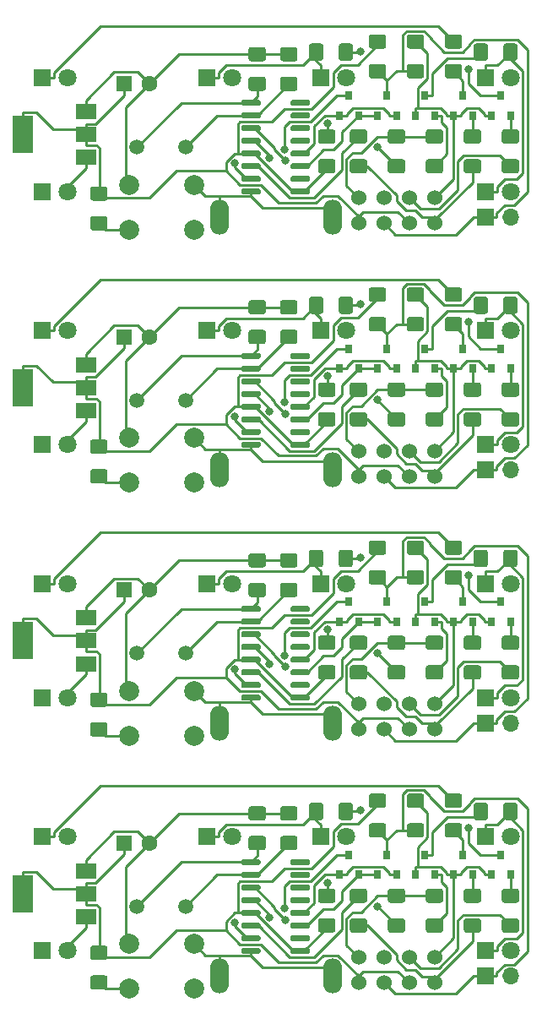
<source format=gbr>
G04 #@! TF.GenerationSoftware,KiCad,Pcbnew,(5.1.6)-1*
G04 #@! TF.CreationDate,2020-06-14T15:38:24+02:00*
G04 #@! TF.ProjectId,panel1,70616e65-6c31-42e6-9b69-6361645f7063,rev?*
G04 #@! TF.SameCoordinates,Original*
G04 #@! TF.FileFunction,Copper,L2,Bot*
G04 #@! TF.FilePolarity,Positive*
%FSLAX46Y46*%
G04 Gerber Fmt 4.6, Leading zero omitted, Abs format (unit mm)*
G04 Created by KiCad (PCBNEW (5.1.6)-1) date 2020-06-14 15:38:24*
%MOMM*%
%LPD*%
G01*
G04 APERTURE LIST*
G04 #@! TA.AperFunction,ComponentPad*
%ADD10O,1.700000X1.700000*%
G04 #@! TD*
G04 #@! TA.AperFunction,ComponentPad*
%ADD11R,1.700000X1.700000*%
G04 #@! TD*
G04 #@! TA.AperFunction,ComponentPad*
%ADD12C,1.800000*%
G04 #@! TD*
G04 #@! TA.AperFunction,ComponentPad*
%ADD13R,1.800000X1.800000*%
G04 #@! TD*
G04 #@! TA.AperFunction,ComponentPad*
%ADD14C,1.500000*%
G04 #@! TD*
G04 #@! TA.AperFunction,SMDPad,CuDef*
%ADD15R,0.800000X0.900000*%
G04 #@! TD*
G04 #@! TA.AperFunction,ComponentPad*
%ADD16O,1.900000X3.500000*%
G04 #@! TD*
G04 #@! TA.AperFunction,ComponentPad*
%ADD17C,1.524000*%
G04 #@! TD*
G04 #@! TA.AperFunction,SMDPad,CuDef*
%ADD18R,2.000000X1.500000*%
G04 #@! TD*
G04 #@! TA.AperFunction,SMDPad,CuDef*
%ADD19R,2.000000X3.800000*%
G04 #@! TD*
G04 #@! TA.AperFunction,ComponentPad*
%ADD20C,2.000000*%
G04 #@! TD*
G04 #@! TA.AperFunction,ComponentPad*
%ADD21C,1.600000*%
G04 #@! TD*
G04 #@! TA.AperFunction,ComponentPad*
%ADD22R,1.600000X1.600000*%
G04 #@! TD*
G04 #@! TA.AperFunction,ViaPad*
%ADD23C,0.800000*%
G04 #@! TD*
G04 #@! TA.AperFunction,Conductor*
%ADD24C,0.250000*%
G04 #@! TD*
G04 APERTURE END LIST*
D10*
X101436001Y-145772196D03*
D11*
X98896001Y-145772196D03*
D12*
X101436001Y-143232196D03*
D13*
X98896001Y-143232196D03*
D12*
X101436001Y-131802196D03*
D13*
X98896001Y-131802196D03*
D12*
X84926001Y-131802196D03*
D13*
X82386001Y-131802196D03*
D12*
X73496001Y-131802196D03*
D13*
X70956001Y-131802196D03*
D12*
X56986001Y-143232196D03*
D13*
X54446001Y-143232196D03*
D12*
X56986001Y-131802196D03*
D13*
X54446001Y-131802196D03*
D14*
X63971001Y-138787196D03*
X68851001Y-138787196D03*
G04 #@! TA.AperFunction,SMDPad,CuDef*
G36*
G01*
X79376001Y-143382196D02*
X79376001Y-143082196D01*
G75*
G02*
X79526001Y-142932196I150000J0D01*
G01*
X81176001Y-142932196D01*
G75*
G02*
X81326001Y-143082196I0J-150000D01*
G01*
X81326001Y-143382196D01*
G75*
G02*
X81176001Y-143532196I-150000J0D01*
G01*
X79526001Y-143532196D01*
G75*
G02*
X79376001Y-143382196I0J150000D01*
G01*
G37*
G04 #@! TD.AperFunction*
G04 #@! TA.AperFunction,SMDPad,CuDef*
G36*
G01*
X79376001Y-142112196D02*
X79376001Y-141812196D01*
G75*
G02*
X79526001Y-141662196I150000J0D01*
G01*
X81176001Y-141662196D01*
G75*
G02*
X81326001Y-141812196I0J-150000D01*
G01*
X81326001Y-142112196D01*
G75*
G02*
X81176001Y-142262196I-150000J0D01*
G01*
X79526001Y-142262196D01*
G75*
G02*
X79376001Y-142112196I0J150000D01*
G01*
G37*
G04 #@! TD.AperFunction*
G04 #@! TA.AperFunction,SMDPad,CuDef*
G36*
G01*
X79376001Y-140842196D02*
X79376001Y-140542196D01*
G75*
G02*
X79526001Y-140392196I150000J0D01*
G01*
X81176001Y-140392196D01*
G75*
G02*
X81326001Y-140542196I0J-150000D01*
G01*
X81326001Y-140842196D01*
G75*
G02*
X81176001Y-140992196I-150000J0D01*
G01*
X79526001Y-140992196D01*
G75*
G02*
X79376001Y-140842196I0J150000D01*
G01*
G37*
G04 #@! TD.AperFunction*
G04 #@! TA.AperFunction,SMDPad,CuDef*
G36*
G01*
X79376001Y-139572196D02*
X79376001Y-139272196D01*
G75*
G02*
X79526001Y-139122196I150000J0D01*
G01*
X81176001Y-139122196D01*
G75*
G02*
X81326001Y-139272196I0J-150000D01*
G01*
X81326001Y-139572196D01*
G75*
G02*
X81176001Y-139722196I-150000J0D01*
G01*
X79526001Y-139722196D01*
G75*
G02*
X79376001Y-139572196I0J150000D01*
G01*
G37*
G04 #@! TD.AperFunction*
G04 #@! TA.AperFunction,SMDPad,CuDef*
G36*
G01*
X79376001Y-138302196D02*
X79376001Y-138002196D01*
G75*
G02*
X79526001Y-137852196I150000J0D01*
G01*
X81176001Y-137852196D01*
G75*
G02*
X81326001Y-138002196I0J-150000D01*
G01*
X81326001Y-138302196D01*
G75*
G02*
X81176001Y-138452196I-150000J0D01*
G01*
X79526001Y-138452196D01*
G75*
G02*
X79376001Y-138302196I0J150000D01*
G01*
G37*
G04 #@! TD.AperFunction*
G04 #@! TA.AperFunction,SMDPad,CuDef*
G36*
G01*
X79376001Y-137032196D02*
X79376001Y-136732196D01*
G75*
G02*
X79526001Y-136582196I150000J0D01*
G01*
X81176001Y-136582196D01*
G75*
G02*
X81326001Y-136732196I0J-150000D01*
G01*
X81326001Y-137032196D01*
G75*
G02*
X81176001Y-137182196I-150000J0D01*
G01*
X79526001Y-137182196D01*
G75*
G02*
X79376001Y-137032196I0J150000D01*
G01*
G37*
G04 #@! TD.AperFunction*
G04 #@! TA.AperFunction,SMDPad,CuDef*
G36*
G01*
X79376001Y-135762196D02*
X79376001Y-135462196D01*
G75*
G02*
X79526001Y-135312196I150000J0D01*
G01*
X81176001Y-135312196D01*
G75*
G02*
X81326001Y-135462196I0J-150000D01*
G01*
X81326001Y-135762196D01*
G75*
G02*
X81176001Y-135912196I-150000J0D01*
G01*
X79526001Y-135912196D01*
G75*
G02*
X79376001Y-135762196I0J150000D01*
G01*
G37*
G04 #@! TD.AperFunction*
G04 #@! TA.AperFunction,SMDPad,CuDef*
G36*
G01*
X79376001Y-134492196D02*
X79376001Y-134192196D01*
G75*
G02*
X79526001Y-134042196I150000J0D01*
G01*
X81176001Y-134042196D01*
G75*
G02*
X81326001Y-134192196I0J-150000D01*
G01*
X81326001Y-134492196D01*
G75*
G02*
X81176001Y-134642196I-150000J0D01*
G01*
X79526001Y-134642196D01*
G75*
G02*
X79376001Y-134492196I0J150000D01*
G01*
G37*
G04 #@! TD.AperFunction*
G04 #@! TA.AperFunction,SMDPad,CuDef*
G36*
G01*
X74426001Y-134492196D02*
X74426001Y-134192196D01*
G75*
G02*
X74576001Y-134042196I150000J0D01*
G01*
X76226001Y-134042196D01*
G75*
G02*
X76376001Y-134192196I0J-150000D01*
G01*
X76376001Y-134492196D01*
G75*
G02*
X76226001Y-134642196I-150000J0D01*
G01*
X74576001Y-134642196D01*
G75*
G02*
X74426001Y-134492196I0J150000D01*
G01*
G37*
G04 #@! TD.AperFunction*
G04 #@! TA.AperFunction,SMDPad,CuDef*
G36*
G01*
X74426001Y-135762196D02*
X74426001Y-135462196D01*
G75*
G02*
X74576001Y-135312196I150000J0D01*
G01*
X76226001Y-135312196D01*
G75*
G02*
X76376001Y-135462196I0J-150000D01*
G01*
X76376001Y-135762196D01*
G75*
G02*
X76226001Y-135912196I-150000J0D01*
G01*
X74576001Y-135912196D01*
G75*
G02*
X74426001Y-135762196I0J150000D01*
G01*
G37*
G04 #@! TD.AperFunction*
G04 #@! TA.AperFunction,SMDPad,CuDef*
G36*
G01*
X74426001Y-137032196D02*
X74426001Y-136732196D01*
G75*
G02*
X74576001Y-136582196I150000J0D01*
G01*
X76226001Y-136582196D01*
G75*
G02*
X76376001Y-136732196I0J-150000D01*
G01*
X76376001Y-137032196D01*
G75*
G02*
X76226001Y-137182196I-150000J0D01*
G01*
X74576001Y-137182196D01*
G75*
G02*
X74426001Y-137032196I0J150000D01*
G01*
G37*
G04 #@! TD.AperFunction*
G04 #@! TA.AperFunction,SMDPad,CuDef*
G36*
G01*
X74426001Y-138302196D02*
X74426001Y-138002196D01*
G75*
G02*
X74576001Y-137852196I150000J0D01*
G01*
X76226001Y-137852196D01*
G75*
G02*
X76376001Y-138002196I0J-150000D01*
G01*
X76376001Y-138302196D01*
G75*
G02*
X76226001Y-138452196I-150000J0D01*
G01*
X74576001Y-138452196D01*
G75*
G02*
X74426001Y-138302196I0J150000D01*
G01*
G37*
G04 #@! TD.AperFunction*
G04 #@! TA.AperFunction,SMDPad,CuDef*
G36*
G01*
X74426001Y-139572196D02*
X74426001Y-139272196D01*
G75*
G02*
X74576001Y-139122196I150000J0D01*
G01*
X76226001Y-139122196D01*
G75*
G02*
X76376001Y-139272196I0J-150000D01*
G01*
X76376001Y-139572196D01*
G75*
G02*
X76226001Y-139722196I-150000J0D01*
G01*
X74576001Y-139722196D01*
G75*
G02*
X74426001Y-139572196I0J150000D01*
G01*
G37*
G04 #@! TD.AperFunction*
G04 #@! TA.AperFunction,SMDPad,CuDef*
G36*
G01*
X74426001Y-140842196D02*
X74426001Y-140542196D01*
G75*
G02*
X74576001Y-140392196I150000J0D01*
G01*
X76226001Y-140392196D01*
G75*
G02*
X76376001Y-140542196I0J-150000D01*
G01*
X76376001Y-140842196D01*
G75*
G02*
X76226001Y-140992196I-150000J0D01*
G01*
X74576001Y-140992196D01*
G75*
G02*
X74426001Y-140842196I0J150000D01*
G01*
G37*
G04 #@! TD.AperFunction*
G04 #@! TA.AperFunction,SMDPad,CuDef*
G36*
G01*
X74426001Y-142112196D02*
X74426001Y-141812196D01*
G75*
G02*
X74576001Y-141662196I150000J0D01*
G01*
X76226001Y-141662196D01*
G75*
G02*
X76376001Y-141812196I0J-150000D01*
G01*
X76376001Y-142112196D01*
G75*
G02*
X76226001Y-142262196I-150000J0D01*
G01*
X74576001Y-142262196D01*
G75*
G02*
X74426001Y-142112196I0J150000D01*
G01*
G37*
G04 #@! TD.AperFunction*
G04 #@! TA.AperFunction,SMDPad,CuDef*
G36*
G01*
X74426001Y-143382196D02*
X74426001Y-143082196D01*
G75*
G02*
X74576001Y-142932196I150000J0D01*
G01*
X76226001Y-142932196D01*
G75*
G02*
X76376001Y-143082196I0J-150000D01*
G01*
X76376001Y-143382196D01*
G75*
G02*
X76226001Y-143532196I-150000J0D01*
G01*
X74576001Y-143532196D01*
G75*
G02*
X74426001Y-143382196I0J150000D01*
G01*
G37*
G04 #@! TD.AperFunction*
G04 #@! TA.AperFunction,SMDPad,CuDef*
G36*
G01*
X88726001Y-128904696D02*
X87476001Y-128904696D01*
G75*
G02*
X87226001Y-128654696I0J250000D01*
G01*
X87226001Y-127729696D01*
G75*
G02*
X87476001Y-127479696I250000J0D01*
G01*
X88726001Y-127479696D01*
G75*
G02*
X88976001Y-127729696I0J-250000D01*
G01*
X88976001Y-128654696D01*
G75*
G02*
X88726001Y-128904696I-250000J0D01*
G01*
G37*
G04 #@! TD.AperFunction*
G04 #@! TA.AperFunction,SMDPad,CuDef*
G36*
G01*
X88726001Y-131879696D02*
X87476001Y-131879696D01*
G75*
G02*
X87226001Y-131629696I0J250000D01*
G01*
X87226001Y-130704696D01*
G75*
G02*
X87476001Y-130454696I250000J0D01*
G01*
X88726001Y-130454696D01*
G75*
G02*
X88976001Y-130704696I0J-250000D01*
G01*
X88976001Y-131629696D01*
G75*
G02*
X88726001Y-131879696I-250000J0D01*
G01*
G37*
G04 #@! TD.AperFunction*
D15*
X85241001Y-133612196D03*
X84291001Y-135612196D03*
X86191001Y-135612196D03*
X89051001Y-133612196D03*
X88101001Y-135612196D03*
X90001001Y-135612196D03*
G04 #@! TA.AperFunction,SMDPad,CuDef*
G36*
G01*
X76661001Y-130174696D02*
X75411001Y-130174696D01*
G75*
G02*
X75161001Y-129924696I0J250000D01*
G01*
X75161001Y-128999696D01*
G75*
G02*
X75411001Y-128749696I250000J0D01*
G01*
X76661001Y-128749696D01*
G75*
G02*
X76911001Y-128999696I0J-250000D01*
G01*
X76911001Y-129924696D01*
G75*
G02*
X76661001Y-130174696I-250000J0D01*
G01*
G37*
G04 #@! TD.AperFunction*
G04 #@! TA.AperFunction,SMDPad,CuDef*
G36*
G01*
X76661001Y-133149696D02*
X75411001Y-133149696D01*
G75*
G02*
X75161001Y-132899696I0J250000D01*
G01*
X75161001Y-131974696D01*
G75*
G02*
X75411001Y-131724696I250000J0D01*
G01*
X76661001Y-131724696D01*
G75*
G02*
X76911001Y-131974696I0J-250000D01*
G01*
X76911001Y-132899696D01*
G75*
G02*
X76661001Y-133149696I-250000J0D01*
G01*
G37*
G04 #@! TD.AperFunction*
G04 #@! TA.AperFunction,SMDPad,CuDef*
G36*
G01*
X79836001Y-130174696D02*
X78586001Y-130174696D01*
G75*
G02*
X78336001Y-129924696I0J250000D01*
G01*
X78336001Y-128999696D01*
G75*
G02*
X78586001Y-128749696I250000J0D01*
G01*
X79836001Y-128749696D01*
G75*
G02*
X80086001Y-128999696I0J-250000D01*
G01*
X80086001Y-129924696D01*
G75*
G02*
X79836001Y-130174696I-250000J0D01*
G01*
G37*
G04 #@! TD.AperFunction*
G04 #@! TA.AperFunction,SMDPad,CuDef*
G36*
G01*
X79836001Y-133149696D02*
X78586001Y-133149696D01*
G75*
G02*
X78336001Y-132899696I0J250000D01*
G01*
X78336001Y-131974696D01*
G75*
G02*
X78586001Y-131724696I250000J0D01*
G01*
X79836001Y-131724696D01*
G75*
G02*
X80086001Y-131974696I0J-250000D01*
G01*
X80086001Y-132899696D01*
G75*
G02*
X79836001Y-133149696I-250000J0D01*
G01*
G37*
G04 #@! TD.AperFunction*
G04 #@! TA.AperFunction,SMDPad,CuDef*
G36*
G01*
X83646001Y-138429696D02*
X82396001Y-138429696D01*
G75*
G02*
X82146001Y-138179696I0J250000D01*
G01*
X82146001Y-137254696D01*
G75*
G02*
X82396001Y-137004696I250000J0D01*
G01*
X83646001Y-137004696D01*
G75*
G02*
X83896001Y-137254696I0J-250000D01*
G01*
X83896001Y-138179696D01*
G75*
G02*
X83646001Y-138429696I-250000J0D01*
G01*
G37*
G04 #@! TD.AperFunction*
G04 #@! TA.AperFunction,SMDPad,CuDef*
G36*
G01*
X83646001Y-141404696D02*
X82396001Y-141404696D01*
G75*
G02*
X82146001Y-141154696I0J250000D01*
G01*
X82146001Y-140229696D01*
G75*
G02*
X82396001Y-139979696I250000J0D01*
G01*
X83646001Y-139979696D01*
G75*
G02*
X83896001Y-140229696I0J-250000D01*
G01*
X83896001Y-141154696D01*
G75*
G02*
X83646001Y-141404696I-250000J0D01*
G01*
G37*
G04 #@! TD.AperFunction*
G04 #@! TA.AperFunction,SMDPad,CuDef*
G36*
G01*
X92536001Y-128904696D02*
X91286001Y-128904696D01*
G75*
G02*
X91036001Y-128654696I0J250000D01*
G01*
X91036001Y-127729696D01*
G75*
G02*
X91286001Y-127479696I250000J0D01*
G01*
X92536001Y-127479696D01*
G75*
G02*
X92786001Y-127729696I0J-250000D01*
G01*
X92786001Y-128654696D01*
G75*
G02*
X92536001Y-128904696I-250000J0D01*
G01*
G37*
G04 #@! TD.AperFunction*
G04 #@! TA.AperFunction,SMDPad,CuDef*
G36*
G01*
X92536001Y-131879696D02*
X91286001Y-131879696D01*
G75*
G02*
X91036001Y-131629696I0J250000D01*
G01*
X91036001Y-130704696D01*
G75*
G02*
X91286001Y-130454696I250000J0D01*
G01*
X92536001Y-130454696D01*
G75*
G02*
X92786001Y-130704696I0J-250000D01*
G01*
X92786001Y-131629696D01*
G75*
G02*
X92536001Y-131879696I-250000J0D01*
G01*
G37*
G04 #@! TD.AperFunction*
X92866001Y-133612196D03*
X91916001Y-135612196D03*
X93816001Y-135612196D03*
X100486001Y-133612196D03*
X99536001Y-135612196D03*
X101436001Y-135612196D03*
X96676001Y-133612196D03*
X95726001Y-135612196D03*
X97626001Y-135612196D03*
D16*
X72226001Y-145772196D03*
X83626001Y-145772196D03*
D17*
X86196001Y-143867196D03*
X91276001Y-143867196D03*
X93816001Y-146407196D03*
X88736001Y-143867196D03*
X88736001Y-146407196D03*
X91276001Y-146407196D03*
X93816001Y-143867196D03*
X86196001Y-146407196D03*
D18*
X58841001Y-135217196D03*
X58841001Y-139817196D03*
X58841001Y-137517196D03*
D19*
X52541001Y-137517196D03*
D20*
X63186001Y-147042196D03*
X63186001Y-142542196D03*
X69686001Y-147042196D03*
X69686001Y-142542196D03*
G04 #@! TA.AperFunction,SMDPad,CuDef*
G36*
G01*
X89381001Y-139979696D02*
X90631001Y-139979696D01*
G75*
G02*
X90881001Y-140229696I0J-250000D01*
G01*
X90881001Y-141154696D01*
G75*
G02*
X90631001Y-141404696I-250000J0D01*
G01*
X89381001Y-141404696D01*
G75*
G02*
X89131001Y-141154696I0J250000D01*
G01*
X89131001Y-140229696D01*
G75*
G02*
X89381001Y-139979696I250000J0D01*
G01*
G37*
G04 #@! TD.AperFunction*
G04 #@! TA.AperFunction,SMDPad,CuDef*
G36*
G01*
X89381001Y-137004696D02*
X90631001Y-137004696D01*
G75*
G02*
X90881001Y-137254696I0J-250000D01*
G01*
X90881001Y-138179696D01*
G75*
G02*
X90631001Y-138429696I-250000J0D01*
G01*
X89381001Y-138429696D01*
G75*
G02*
X89131001Y-138179696I0J250000D01*
G01*
X89131001Y-137254696D01*
G75*
G02*
X89381001Y-137004696I250000J0D01*
G01*
G37*
G04 #@! TD.AperFunction*
G04 #@! TA.AperFunction,SMDPad,CuDef*
G36*
G01*
X86821001Y-138429696D02*
X85571001Y-138429696D01*
G75*
G02*
X85321001Y-138179696I0J250000D01*
G01*
X85321001Y-137254696D01*
G75*
G02*
X85571001Y-137004696I250000J0D01*
G01*
X86821001Y-137004696D01*
G75*
G02*
X87071001Y-137254696I0J-250000D01*
G01*
X87071001Y-138179696D01*
G75*
G02*
X86821001Y-138429696I-250000J0D01*
G01*
G37*
G04 #@! TD.AperFunction*
G04 #@! TA.AperFunction,SMDPad,CuDef*
G36*
G01*
X86821001Y-141404696D02*
X85571001Y-141404696D01*
G75*
G02*
X85321001Y-141154696I0J250000D01*
G01*
X85321001Y-140229696D01*
G75*
G02*
X85571001Y-139979696I250000J0D01*
G01*
X86821001Y-139979696D01*
G75*
G02*
X87071001Y-140229696I0J-250000D01*
G01*
X87071001Y-141154696D01*
G75*
G02*
X86821001Y-141404696I-250000J0D01*
G01*
G37*
G04 #@! TD.AperFunction*
G04 #@! TA.AperFunction,SMDPad,CuDef*
G36*
G01*
X99173001Y-128637196D02*
X99173001Y-129887196D01*
G75*
G02*
X98923001Y-130137196I-250000J0D01*
G01*
X97998001Y-130137196D01*
G75*
G02*
X97748001Y-129887196I0J250000D01*
G01*
X97748001Y-128637196D01*
G75*
G02*
X97998001Y-128387196I250000J0D01*
G01*
X98923001Y-128387196D01*
G75*
G02*
X99173001Y-128637196I0J-250000D01*
G01*
G37*
G04 #@! TD.AperFunction*
G04 #@! TA.AperFunction,SMDPad,CuDef*
G36*
G01*
X102148001Y-128637196D02*
X102148001Y-129887196D01*
G75*
G02*
X101898001Y-130137196I-250000J0D01*
G01*
X100973001Y-130137196D01*
G75*
G02*
X100723001Y-129887196I0J250000D01*
G01*
X100723001Y-128637196D01*
G75*
G02*
X100973001Y-128387196I250000J0D01*
G01*
X101898001Y-128387196D01*
G75*
G02*
X102148001Y-128637196I0J-250000D01*
G01*
G37*
G04 #@! TD.AperFunction*
G04 #@! TA.AperFunction,SMDPad,CuDef*
G36*
G01*
X81238001Y-129887196D02*
X81238001Y-128637196D01*
G75*
G02*
X81488001Y-128387196I250000J0D01*
G01*
X82413001Y-128387196D01*
G75*
G02*
X82663001Y-128637196I0J-250000D01*
G01*
X82663001Y-129887196D01*
G75*
G02*
X82413001Y-130137196I-250000J0D01*
G01*
X81488001Y-130137196D01*
G75*
G02*
X81238001Y-129887196I0J250000D01*
G01*
G37*
G04 #@! TD.AperFunction*
G04 #@! TA.AperFunction,SMDPad,CuDef*
G36*
G01*
X84213001Y-129887196D02*
X84213001Y-128637196D01*
G75*
G02*
X84463001Y-128387196I250000J0D01*
G01*
X85388001Y-128387196D01*
G75*
G02*
X85638001Y-128637196I0J-250000D01*
G01*
X85638001Y-129887196D01*
G75*
G02*
X85388001Y-130137196I-250000J0D01*
G01*
X84463001Y-130137196D01*
G75*
G02*
X84213001Y-129887196I0J250000D01*
G01*
G37*
G04 #@! TD.AperFunction*
G04 #@! TA.AperFunction,SMDPad,CuDef*
G36*
G01*
X95096001Y-130454696D02*
X96346001Y-130454696D01*
G75*
G02*
X96596001Y-130704696I0J-250000D01*
G01*
X96596001Y-131629696D01*
G75*
G02*
X96346001Y-131879696I-250000J0D01*
G01*
X95096001Y-131879696D01*
G75*
G02*
X94846001Y-131629696I0J250000D01*
G01*
X94846001Y-130704696D01*
G75*
G02*
X95096001Y-130454696I250000J0D01*
G01*
G37*
G04 #@! TD.AperFunction*
G04 #@! TA.AperFunction,SMDPad,CuDef*
G36*
G01*
X95096001Y-127479696D02*
X96346001Y-127479696D01*
G75*
G02*
X96596001Y-127729696I0J-250000D01*
G01*
X96596001Y-128654696D01*
G75*
G02*
X96346001Y-128904696I-250000J0D01*
G01*
X95096001Y-128904696D01*
G75*
G02*
X94846001Y-128654696I0J250000D01*
G01*
X94846001Y-127729696D01*
G75*
G02*
X95096001Y-127479696I250000J0D01*
G01*
G37*
G04 #@! TD.AperFunction*
G04 #@! TA.AperFunction,SMDPad,CuDef*
G36*
G01*
X60786001Y-144145196D02*
X59536001Y-144145196D01*
G75*
G02*
X59286001Y-143895196I0J250000D01*
G01*
X59286001Y-142970196D01*
G75*
G02*
X59536001Y-142720196I250000J0D01*
G01*
X60786001Y-142720196D01*
G75*
G02*
X61036001Y-142970196I0J-250000D01*
G01*
X61036001Y-143895196D01*
G75*
G02*
X60786001Y-144145196I-250000J0D01*
G01*
G37*
G04 #@! TD.AperFunction*
G04 #@! TA.AperFunction,SMDPad,CuDef*
G36*
G01*
X60786001Y-147120196D02*
X59536001Y-147120196D01*
G75*
G02*
X59286001Y-146870196I0J250000D01*
G01*
X59286001Y-145945196D01*
G75*
G02*
X59536001Y-145695196I250000J0D01*
G01*
X60786001Y-145695196D01*
G75*
G02*
X61036001Y-145945196I0J-250000D01*
G01*
X61036001Y-146870196D01*
G75*
G02*
X60786001Y-147120196I-250000J0D01*
G01*
G37*
G04 #@! TD.AperFunction*
G04 #@! TA.AperFunction,SMDPad,CuDef*
G36*
G01*
X94441001Y-138429696D02*
X93191001Y-138429696D01*
G75*
G02*
X92941001Y-138179696I0J250000D01*
G01*
X92941001Y-137254696D01*
G75*
G02*
X93191001Y-137004696I250000J0D01*
G01*
X94441001Y-137004696D01*
G75*
G02*
X94691001Y-137254696I0J-250000D01*
G01*
X94691001Y-138179696D01*
G75*
G02*
X94441001Y-138429696I-250000J0D01*
G01*
G37*
G04 #@! TD.AperFunction*
G04 #@! TA.AperFunction,SMDPad,CuDef*
G36*
G01*
X94441001Y-141404696D02*
X93191001Y-141404696D01*
G75*
G02*
X92941001Y-141154696I0J250000D01*
G01*
X92941001Y-140229696D01*
G75*
G02*
X93191001Y-139979696I250000J0D01*
G01*
X94441001Y-139979696D01*
G75*
G02*
X94691001Y-140229696I0J-250000D01*
G01*
X94691001Y-141154696D01*
G75*
G02*
X94441001Y-141404696I-250000J0D01*
G01*
G37*
G04 #@! TD.AperFunction*
G04 #@! TA.AperFunction,SMDPad,CuDef*
G36*
G01*
X100811001Y-139979696D02*
X102061001Y-139979696D01*
G75*
G02*
X102311001Y-140229696I0J-250000D01*
G01*
X102311001Y-141154696D01*
G75*
G02*
X102061001Y-141404696I-250000J0D01*
G01*
X100811001Y-141404696D01*
G75*
G02*
X100561001Y-141154696I0J250000D01*
G01*
X100561001Y-140229696D01*
G75*
G02*
X100811001Y-139979696I250000J0D01*
G01*
G37*
G04 #@! TD.AperFunction*
G04 #@! TA.AperFunction,SMDPad,CuDef*
G36*
G01*
X100811001Y-137004696D02*
X102061001Y-137004696D01*
G75*
G02*
X102311001Y-137254696I0J-250000D01*
G01*
X102311001Y-138179696D01*
G75*
G02*
X102061001Y-138429696I-250000J0D01*
G01*
X100811001Y-138429696D01*
G75*
G02*
X100561001Y-138179696I0J250000D01*
G01*
X100561001Y-137254696D01*
G75*
G02*
X100811001Y-137004696I250000J0D01*
G01*
G37*
G04 #@! TD.AperFunction*
G04 #@! TA.AperFunction,SMDPad,CuDef*
G36*
G01*
X97001001Y-139979696D02*
X98251001Y-139979696D01*
G75*
G02*
X98501001Y-140229696I0J-250000D01*
G01*
X98501001Y-141154696D01*
G75*
G02*
X98251001Y-141404696I-250000J0D01*
G01*
X97001001Y-141404696D01*
G75*
G02*
X96751001Y-141154696I0J250000D01*
G01*
X96751001Y-140229696D01*
G75*
G02*
X97001001Y-139979696I250000J0D01*
G01*
G37*
G04 #@! TD.AperFunction*
G04 #@! TA.AperFunction,SMDPad,CuDef*
G36*
G01*
X97001001Y-137004696D02*
X98251001Y-137004696D01*
G75*
G02*
X98501001Y-137254696I0J-250000D01*
G01*
X98501001Y-138179696D01*
G75*
G02*
X98251001Y-138429696I-250000J0D01*
G01*
X97001001Y-138429696D01*
G75*
G02*
X96751001Y-138179696I0J250000D01*
G01*
X96751001Y-137254696D01*
G75*
G02*
X97001001Y-137004696I250000J0D01*
G01*
G37*
G04 #@! TD.AperFunction*
D21*
X65201001Y-132437196D03*
D22*
X62701001Y-132437196D03*
D10*
X101436001Y-120410131D03*
D11*
X98896001Y-120410131D03*
D12*
X101436001Y-117870131D03*
D13*
X98896001Y-117870131D03*
D12*
X101436001Y-106440131D03*
D13*
X98896001Y-106440131D03*
D12*
X84926001Y-106440131D03*
D13*
X82386001Y-106440131D03*
D12*
X73496001Y-106440131D03*
D13*
X70956001Y-106440131D03*
D12*
X56986001Y-117870131D03*
D13*
X54446001Y-117870131D03*
D12*
X56986001Y-106440131D03*
D13*
X54446001Y-106440131D03*
D14*
X63971001Y-113425131D03*
X68851001Y-113425131D03*
G04 #@! TA.AperFunction,SMDPad,CuDef*
G36*
G01*
X79376001Y-118020131D02*
X79376001Y-117720131D01*
G75*
G02*
X79526001Y-117570131I150000J0D01*
G01*
X81176001Y-117570131D01*
G75*
G02*
X81326001Y-117720131I0J-150000D01*
G01*
X81326001Y-118020131D01*
G75*
G02*
X81176001Y-118170131I-150000J0D01*
G01*
X79526001Y-118170131D01*
G75*
G02*
X79376001Y-118020131I0J150000D01*
G01*
G37*
G04 #@! TD.AperFunction*
G04 #@! TA.AperFunction,SMDPad,CuDef*
G36*
G01*
X79376001Y-116750131D02*
X79376001Y-116450131D01*
G75*
G02*
X79526001Y-116300131I150000J0D01*
G01*
X81176001Y-116300131D01*
G75*
G02*
X81326001Y-116450131I0J-150000D01*
G01*
X81326001Y-116750131D01*
G75*
G02*
X81176001Y-116900131I-150000J0D01*
G01*
X79526001Y-116900131D01*
G75*
G02*
X79376001Y-116750131I0J150000D01*
G01*
G37*
G04 #@! TD.AperFunction*
G04 #@! TA.AperFunction,SMDPad,CuDef*
G36*
G01*
X79376001Y-115480131D02*
X79376001Y-115180131D01*
G75*
G02*
X79526001Y-115030131I150000J0D01*
G01*
X81176001Y-115030131D01*
G75*
G02*
X81326001Y-115180131I0J-150000D01*
G01*
X81326001Y-115480131D01*
G75*
G02*
X81176001Y-115630131I-150000J0D01*
G01*
X79526001Y-115630131D01*
G75*
G02*
X79376001Y-115480131I0J150000D01*
G01*
G37*
G04 #@! TD.AperFunction*
G04 #@! TA.AperFunction,SMDPad,CuDef*
G36*
G01*
X79376001Y-114210131D02*
X79376001Y-113910131D01*
G75*
G02*
X79526001Y-113760131I150000J0D01*
G01*
X81176001Y-113760131D01*
G75*
G02*
X81326001Y-113910131I0J-150000D01*
G01*
X81326001Y-114210131D01*
G75*
G02*
X81176001Y-114360131I-150000J0D01*
G01*
X79526001Y-114360131D01*
G75*
G02*
X79376001Y-114210131I0J150000D01*
G01*
G37*
G04 #@! TD.AperFunction*
G04 #@! TA.AperFunction,SMDPad,CuDef*
G36*
G01*
X79376001Y-112940131D02*
X79376001Y-112640131D01*
G75*
G02*
X79526001Y-112490131I150000J0D01*
G01*
X81176001Y-112490131D01*
G75*
G02*
X81326001Y-112640131I0J-150000D01*
G01*
X81326001Y-112940131D01*
G75*
G02*
X81176001Y-113090131I-150000J0D01*
G01*
X79526001Y-113090131D01*
G75*
G02*
X79376001Y-112940131I0J150000D01*
G01*
G37*
G04 #@! TD.AperFunction*
G04 #@! TA.AperFunction,SMDPad,CuDef*
G36*
G01*
X79376001Y-111670131D02*
X79376001Y-111370131D01*
G75*
G02*
X79526001Y-111220131I150000J0D01*
G01*
X81176001Y-111220131D01*
G75*
G02*
X81326001Y-111370131I0J-150000D01*
G01*
X81326001Y-111670131D01*
G75*
G02*
X81176001Y-111820131I-150000J0D01*
G01*
X79526001Y-111820131D01*
G75*
G02*
X79376001Y-111670131I0J150000D01*
G01*
G37*
G04 #@! TD.AperFunction*
G04 #@! TA.AperFunction,SMDPad,CuDef*
G36*
G01*
X79376001Y-110400131D02*
X79376001Y-110100131D01*
G75*
G02*
X79526001Y-109950131I150000J0D01*
G01*
X81176001Y-109950131D01*
G75*
G02*
X81326001Y-110100131I0J-150000D01*
G01*
X81326001Y-110400131D01*
G75*
G02*
X81176001Y-110550131I-150000J0D01*
G01*
X79526001Y-110550131D01*
G75*
G02*
X79376001Y-110400131I0J150000D01*
G01*
G37*
G04 #@! TD.AperFunction*
G04 #@! TA.AperFunction,SMDPad,CuDef*
G36*
G01*
X79376001Y-109130131D02*
X79376001Y-108830131D01*
G75*
G02*
X79526001Y-108680131I150000J0D01*
G01*
X81176001Y-108680131D01*
G75*
G02*
X81326001Y-108830131I0J-150000D01*
G01*
X81326001Y-109130131D01*
G75*
G02*
X81176001Y-109280131I-150000J0D01*
G01*
X79526001Y-109280131D01*
G75*
G02*
X79376001Y-109130131I0J150000D01*
G01*
G37*
G04 #@! TD.AperFunction*
G04 #@! TA.AperFunction,SMDPad,CuDef*
G36*
G01*
X74426001Y-109130131D02*
X74426001Y-108830131D01*
G75*
G02*
X74576001Y-108680131I150000J0D01*
G01*
X76226001Y-108680131D01*
G75*
G02*
X76376001Y-108830131I0J-150000D01*
G01*
X76376001Y-109130131D01*
G75*
G02*
X76226001Y-109280131I-150000J0D01*
G01*
X74576001Y-109280131D01*
G75*
G02*
X74426001Y-109130131I0J150000D01*
G01*
G37*
G04 #@! TD.AperFunction*
G04 #@! TA.AperFunction,SMDPad,CuDef*
G36*
G01*
X74426001Y-110400131D02*
X74426001Y-110100131D01*
G75*
G02*
X74576001Y-109950131I150000J0D01*
G01*
X76226001Y-109950131D01*
G75*
G02*
X76376001Y-110100131I0J-150000D01*
G01*
X76376001Y-110400131D01*
G75*
G02*
X76226001Y-110550131I-150000J0D01*
G01*
X74576001Y-110550131D01*
G75*
G02*
X74426001Y-110400131I0J150000D01*
G01*
G37*
G04 #@! TD.AperFunction*
G04 #@! TA.AperFunction,SMDPad,CuDef*
G36*
G01*
X74426001Y-111670131D02*
X74426001Y-111370131D01*
G75*
G02*
X74576001Y-111220131I150000J0D01*
G01*
X76226001Y-111220131D01*
G75*
G02*
X76376001Y-111370131I0J-150000D01*
G01*
X76376001Y-111670131D01*
G75*
G02*
X76226001Y-111820131I-150000J0D01*
G01*
X74576001Y-111820131D01*
G75*
G02*
X74426001Y-111670131I0J150000D01*
G01*
G37*
G04 #@! TD.AperFunction*
G04 #@! TA.AperFunction,SMDPad,CuDef*
G36*
G01*
X74426001Y-112940131D02*
X74426001Y-112640131D01*
G75*
G02*
X74576001Y-112490131I150000J0D01*
G01*
X76226001Y-112490131D01*
G75*
G02*
X76376001Y-112640131I0J-150000D01*
G01*
X76376001Y-112940131D01*
G75*
G02*
X76226001Y-113090131I-150000J0D01*
G01*
X74576001Y-113090131D01*
G75*
G02*
X74426001Y-112940131I0J150000D01*
G01*
G37*
G04 #@! TD.AperFunction*
G04 #@! TA.AperFunction,SMDPad,CuDef*
G36*
G01*
X74426001Y-114210131D02*
X74426001Y-113910131D01*
G75*
G02*
X74576001Y-113760131I150000J0D01*
G01*
X76226001Y-113760131D01*
G75*
G02*
X76376001Y-113910131I0J-150000D01*
G01*
X76376001Y-114210131D01*
G75*
G02*
X76226001Y-114360131I-150000J0D01*
G01*
X74576001Y-114360131D01*
G75*
G02*
X74426001Y-114210131I0J150000D01*
G01*
G37*
G04 #@! TD.AperFunction*
G04 #@! TA.AperFunction,SMDPad,CuDef*
G36*
G01*
X74426001Y-115480131D02*
X74426001Y-115180131D01*
G75*
G02*
X74576001Y-115030131I150000J0D01*
G01*
X76226001Y-115030131D01*
G75*
G02*
X76376001Y-115180131I0J-150000D01*
G01*
X76376001Y-115480131D01*
G75*
G02*
X76226001Y-115630131I-150000J0D01*
G01*
X74576001Y-115630131D01*
G75*
G02*
X74426001Y-115480131I0J150000D01*
G01*
G37*
G04 #@! TD.AperFunction*
G04 #@! TA.AperFunction,SMDPad,CuDef*
G36*
G01*
X74426001Y-116750131D02*
X74426001Y-116450131D01*
G75*
G02*
X74576001Y-116300131I150000J0D01*
G01*
X76226001Y-116300131D01*
G75*
G02*
X76376001Y-116450131I0J-150000D01*
G01*
X76376001Y-116750131D01*
G75*
G02*
X76226001Y-116900131I-150000J0D01*
G01*
X74576001Y-116900131D01*
G75*
G02*
X74426001Y-116750131I0J150000D01*
G01*
G37*
G04 #@! TD.AperFunction*
G04 #@! TA.AperFunction,SMDPad,CuDef*
G36*
G01*
X74426001Y-118020131D02*
X74426001Y-117720131D01*
G75*
G02*
X74576001Y-117570131I150000J0D01*
G01*
X76226001Y-117570131D01*
G75*
G02*
X76376001Y-117720131I0J-150000D01*
G01*
X76376001Y-118020131D01*
G75*
G02*
X76226001Y-118170131I-150000J0D01*
G01*
X74576001Y-118170131D01*
G75*
G02*
X74426001Y-118020131I0J150000D01*
G01*
G37*
G04 #@! TD.AperFunction*
G04 #@! TA.AperFunction,SMDPad,CuDef*
G36*
G01*
X88726001Y-103542631D02*
X87476001Y-103542631D01*
G75*
G02*
X87226001Y-103292631I0J250000D01*
G01*
X87226001Y-102367631D01*
G75*
G02*
X87476001Y-102117631I250000J0D01*
G01*
X88726001Y-102117631D01*
G75*
G02*
X88976001Y-102367631I0J-250000D01*
G01*
X88976001Y-103292631D01*
G75*
G02*
X88726001Y-103542631I-250000J0D01*
G01*
G37*
G04 #@! TD.AperFunction*
G04 #@! TA.AperFunction,SMDPad,CuDef*
G36*
G01*
X88726001Y-106517631D02*
X87476001Y-106517631D01*
G75*
G02*
X87226001Y-106267631I0J250000D01*
G01*
X87226001Y-105342631D01*
G75*
G02*
X87476001Y-105092631I250000J0D01*
G01*
X88726001Y-105092631D01*
G75*
G02*
X88976001Y-105342631I0J-250000D01*
G01*
X88976001Y-106267631D01*
G75*
G02*
X88726001Y-106517631I-250000J0D01*
G01*
G37*
G04 #@! TD.AperFunction*
D15*
X85241001Y-108250131D03*
X84291001Y-110250131D03*
X86191001Y-110250131D03*
X89051001Y-108250131D03*
X88101001Y-110250131D03*
X90001001Y-110250131D03*
G04 #@! TA.AperFunction,SMDPad,CuDef*
G36*
G01*
X76661001Y-104812631D02*
X75411001Y-104812631D01*
G75*
G02*
X75161001Y-104562631I0J250000D01*
G01*
X75161001Y-103637631D01*
G75*
G02*
X75411001Y-103387631I250000J0D01*
G01*
X76661001Y-103387631D01*
G75*
G02*
X76911001Y-103637631I0J-250000D01*
G01*
X76911001Y-104562631D01*
G75*
G02*
X76661001Y-104812631I-250000J0D01*
G01*
G37*
G04 #@! TD.AperFunction*
G04 #@! TA.AperFunction,SMDPad,CuDef*
G36*
G01*
X76661001Y-107787631D02*
X75411001Y-107787631D01*
G75*
G02*
X75161001Y-107537631I0J250000D01*
G01*
X75161001Y-106612631D01*
G75*
G02*
X75411001Y-106362631I250000J0D01*
G01*
X76661001Y-106362631D01*
G75*
G02*
X76911001Y-106612631I0J-250000D01*
G01*
X76911001Y-107537631D01*
G75*
G02*
X76661001Y-107787631I-250000J0D01*
G01*
G37*
G04 #@! TD.AperFunction*
G04 #@! TA.AperFunction,SMDPad,CuDef*
G36*
G01*
X79836001Y-104812631D02*
X78586001Y-104812631D01*
G75*
G02*
X78336001Y-104562631I0J250000D01*
G01*
X78336001Y-103637631D01*
G75*
G02*
X78586001Y-103387631I250000J0D01*
G01*
X79836001Y-103387631D01*
G75*
G02*
X80086001Y-103637631I0J-250000D01*
G01*
X80086001Y-104562631D01*
G75*
G02*
X79836001Y-104812631I-250000J0D01*
G01*
G37*
G04 #@! TD.AperFunction*
G04 #@! TA.AperFunction,SMDPad,CuDef*
G36*
G01*
X79836001Y-107787631D02*
X78586001Y-107787631D01*
G75*
G02*
X78336001Y-107537631I0J250000D01*
G01*
X78336001Y-106612631D01*
G75*
G02*
X78586001Y-106362631I250000J0D01*
G01*
X79836001Y-106362631D01*
G75*
G02*
X80086001Y-106612631I0J-250000D01*
G01*
X80086001Y-107537631D01*
G75*
G02*
X79836001Y-107787631I-250000J0D01*
G01*
G37*
G04 #@! TD.AperFunction*
G04 #@! TA.AperFunction,SMDPad,CuDef*
G36*
G01*
X83646001Y-113067631D02*
X82396001Y-113067631D01*
G75*
G02*
X82146001Y-112817631I0J250000D01*
G01*
X82146001Y-111892631D01*
G75*
G02*
X82396001Y-111642631I250000J0D01*
G01*
X83646001Y-111642631D01*
G75*
G02*
X83896001Y-111892631I0J-250000D01*
G01*
X83896001Y-112817631D01*
G75*
G02*
X83646001Y-113067631I-250000J0D01*
G01*
G37*
G04 #@! TD.AperFunction*
G04 #@! TA.AperFunction,SMDPad,CuDef*
G36*
G01*
X83646001Y-116042631D02*
X82396001Y-116042631D01*
G75*
G02*
X82146001Y-115792631I0J250000D01*
G01*
X82146001Y-114867631D01*
G75*
G02*
X82396001Y-114617631I250000J0D01*
G01*
X83646001Y-114617631D01*
G75*
G02*
X83896001Y-114867631I0J-250000D01*
G01*
X83896001Y-115792631D01*
G75*
G02*
X83646001Y-116042631I-250000J0D01*
G01*
G37*
G04 #@! TD.AperFunction*
G04 #@! TA.AperFunction,SMDPad,CuDef*
G36*
G01*
X92536001Y-103542631D02*
X91286001Y-103542631D01*
G75*
G02*
X91036001Y-103292631I0J250000D01*
G01*
X91036001Y-102367631D01*
G75*
G02*
X91286001Y-102117631I250000J0D01*
G01*
X92536001Y-102117631D01*
G75*
G02*
X92786001Y-102367631I0J-250000D01*
G01*
X92786001Y-103292631D01*
G75*
G02*
X92536001Y-103542631I-250000J0D01*
G01*
G37*
G04 #@! TD.AperFunction*
G04 #@! TA.AperFunction,SMDPad,CuDef*
G36*
G01*
X92536001Y-106517631D02*
X91286001Y-106517631D01*
G75*
G02*
X91036001Y-106267631I0J250000D01*
G01*
X91036001Y-105342631D01*
G75*
G02*
X91286001Y-105092631I250000J0D01*
G01*
X92536001Y-105092631D01*
G75*
G02*
X92786001Y-105342631I0J-250000D01*
G01*
X92786001Y-106267631D01*
G75*
G02*
X92536001Y-106517631I-250000J0D01*
G01*
G37*
G04 #@! TD.AperFunction*
X92866001Y-108250131D03*
X91916001Y-110250131D03*
X93816001Y-110250131D03*
X100486001Y-108250131D03*
X99536001Y-110250131D03*
X101436001Y-110250131D03*
X96676001Y-108250131D03*
X95726001Y-110250131D03*
X97626001Y-110250131D03*
D16*
X72226001Y-120410131D03*
X83626001Y-120410131D03*
D17*
X86196001Y-118505131D03*
X91276001Y-118505131D03*
X93816001Y-121045131D03*
X88736001Y-118505131D03*
X88736001Y-121045131D03*
X91276001Y-121045131D03*
X93816001Y-118505131D03*
X86196001Y-121045131D03*
D18*
X58841001Y-109855131D03*
X58841001Y-114455131D03*
X58841001Y-112155131D03*
D19*
X52541001Y-112155131D03*
D20*
X63186001Y-121680131D03*
X63186001Y-117180131D03*
X69686001Y-121680131D03*
X69686001Y-117180131D03*
G04 #@! TA.AperFunction,SMDPad,CuDef*
G36*
G01*
X89381001Y-114617631D02*
X90631001Y-114617631D01*
G75*
G02*
X90881001Y-114867631I0J-250000D01*
G01*
X90881001Y-115792631D01*
G75*
G02*
X90631001Y-116042631I-250000J0D01*
G01*
X89381001Y-116042631D01*
G75*
G02*
X89131001Y-115792631I0J250000D01*
G01*
X89131001Y-114867631D01*
G75*
G02*
X89381001Y-114617631I250000J0D01*
G01*
G37*
G04 #@! TD.AperFunction*
G04 #@! TA.AperFunction,SMDPad,CuDef*
G36*
G01*
X89381001Y-111642631D02*
X90631001Y-111642631D01*
G75*
G02*
X90881001Y-111892631I0J-250000D01*
G01*
X90881001Y-112817631D01*
G75*
G02*
X90631001Y-113067631I-250000J0D01*
G01*
X89381001Y-113067631D01*
G75*
G02*
X89131001Y-112817631I0J250000D01*
G01*
X89131001Y-111892631D01*
G75*
G02*
X89381001Y-111642631I250000J0D01*
G01*
G37*
G04 #@! TD.AperFunction*
G04 #@! TA.AperFunction,SMDPad,CuDef*
G36*
G01*
X86821001Y-113067631D02*
X85571001Y-113067631D01*
G75*
G02*
X85321001Y-112817631I0J250000D01*
G01*
X85321001Y-111892631D01*
G75*
G02*
X85571001Y-111642631I250000J0D01*
G01*
X86821001Y-111642631D01*
G75*
G02*
X87071001Y-111892631I0J-250000D01*
G01*
X87071001Y-112817631D01*
G75*
G02*
X86821001Y-113067631I-250000J0D01*
G01*
G37*
G04 #@! TD.AperFunction*
G04 #@! TA.AperFunction,SMDPad,CuDef*
G36*
G01*
X86821001Y-116042631D02*
X85571001Y-116042631D01*
G75*
G02*
X85321001Y-115792631I0J250000D01*
G01*
X85321001Y-114867631D01*
G75*
G02*
X85571001Y-114617631I250000J0D01*
G01*
X86821001Y-114617631D01*
G75*
G02*
X87071001Y-114867631I0J-250000D01*
G01*
X87071001Y-115792631D01*
G75*
G02*
X86821001Y-116042631I-250000J0D01*
G01*
G37*
G04 #@! TD.AperFunction*
G04 #@! TA.AperFunction,SMDPad,CuDef*
G36*
G01*
X99173001Y-103275131D02*
X99173001Y-104525131D01*
G75*
G02*
X98923001Y-104775131I-250000J0D01*
G01*
X97998001Y-104775131D01*
G75*
G02*
X97748001Y-104525131I0J250000D01*
G01*
X97748001Y-103275131D01*
G75*
G02*
X97998001Y-103025131I250000J0D01*
G01*
X98923001Y-103025131D01*
G75*
G02*
X99173001Y-103275131I0J-250000D01*
G01*
G37*
G04 #@! TD.AperFunction*
G04 #@! TA.AperFunction,SMDPad,CuDef*
G36*
G01*
X102148001Y-103275131D02*
X102148001Y-104525131D01*
G75*
G02*
X101898001Y-104775131I-250000J0D01*
G01*
X100973001Y-104775131D01*
G75*
G02*
X100723001Y-104525131I0J250000D01*
G01*
X100723001Y-103275131D01*
G75*
G02*
X100973001Y-103025131I250000J0D01*
G01*
X101898001Y-103025131D01*
G75*
G02*
X102148001Y-103275131I0J-250000D01*
G01*
G37*
G04 #@! TD.AperFunction*
G04 #@! TA.AperFunction,SMDPad,CuDef*
G36*
G01*
X81238001Y-104525131D02*
X81238001Y-103275131D01*
G75*
G02*
X81488001Y-103025131I250000J0D01*
G01*
X82413001Y-103025131D01*
G75*
G02*
X82663001Y-103275131I0J-250000D01*
G01*
X82663001Y-104525131D01*
G75*
G02*
X82413001Y-104775131I-250000J0D01*
G01*
X81488001Y-104775131D01*
G75*
G02*
X81238001Y-104525131I0J250000D01*
G01*
G37*
G04 #@! TD.AperFunction*
G04 #@! TA.AperFunction,SMDPad,CuDef*
G36*
G01*
X84213001Y-104525131D02*
X84213001Y-103275131D01*
G75*
G02*
X84463001Y-103025131I250000J0D01*
G01*
X85388001Y-103025131D01*
G75*
G02*
X85638001Y-103275131I0J-250000D01*
G01*
X85638001Y-104525131D01*
G75*
G02*
X85388001Y-104775131I-250000J0D01*
G01*
X84463001Y-104775131D01*
G75*
G02*
X84213001Y-104525131I0J250000D01*
G01*
G37*
G04 #@! TD.AperFunction*
G04 #@! TA.AperFunction,SMDPad,CuDef*
G36*
G01*
X95096001Y-105092631D02*
X96346001Y-105092631D01*
G75*
G02*
X96596001Y-105342631I0J-250000D01*
G01*
X96596001Y-106267631D01*
G75*
G02*
X96346001Y-106517631I-250000J0D01*
G01*
X95096001Y-106517631D01*
G75*
G02*
X94846001Y-106267631I0J250000D01*
G01*
X94846001Y-105342631D01*
G75*
G02*
X95096001Y-105092631I250000J0D01*
G01*
G37*
G04 #@! TD.AperFunction*
G04 #@! TA.AperFunction,SMDPad,CuDef*
G36*
G01*
X95096001Y-102117631D02*
X96346001Y-102117631D01*
G75*
G02*
X96596001Y-102367631I0J-250000D01*
G01*
X96596001Y-103292631D01*
G75*
G02*
X96346001Y-103542631I-250000J0D01*
G01*
X95096001Y-103542631D01*
G75*
G02*
X94846001Y-103292631I0J250000D01*
G01*
X94846001Y-102367631D01*
G75*
G02*
X95096001Y-102117631I250000J0D01*
G01*
G37*
G04 #@! TD.AperFunction*
G04 #@! TA.AperFunction,SMDPad,CuDef*
G36*
G01*
X60786001Y-118783131D02*
X59536001Y-118783131D01*
G75*
G02*
X59286001Y-118533131I0J250000D01*
G01*
X59286001Y-117608131D01*
G75*
G02*
X59536001Y-117358131I250000J0D01*
G01*
X60786001Y-117358131D01*
G75*
G02*
X61036001Y-117608131I0J-250000D01*
G01*
X61036001Y-118533131D01*
G75*
G02*
X60786001Y-118783131I-250000J0D01*
G01*
G37*
G04 #@! TD.AperFunction*
G04 #@! TA.AperFunction,SMDPad,CuDef*
G36*
G01*
X60786001Y-121758131D02*
X59536001Y-121758131D01*
G75*
G02*
X59286001Y-121508131I0J250000D01*
G01*
X59286001Y-120583131D01*
G75*
G02*
X59536001Y-120333131I250000J0D01*
G01*
X60786001Y-120333131D01*
G75*
G02*
X61036001Y-120583131I0J-250000D01*
G01*
X61036001Y-121508131D01*
G75*
G02*
X60786001Y-121758131I-250000J0D01*
G01*
G37*
G04 #@! TD.AperFunction*
G04 #@! TA.AperFunction,SMDPad,CuDef*
G36*
G01*
X94441001Y-113067631D02*
X93191001Y-113067631D01*
G75*
G02*
X92941001Y-112817631I0J250000D01*
G01*
X92941001Y-111892631D01*
G75*
G02*
X93191001Y-111642631I250000J0D01*
G01*
X94441001Y-111642631D01*
G75*
G02*
X94691001Y-111892631I0J-250000D01*
G01*
X94691001Y-112817631D01*
G75*
G02*
X94441001Y-113067631I-250000J0D01*
G01*
G37*
G04 #@! TD.AperFunction*
G04 #@! TA.AperFunction,SMDPad,CuDef*
G36*
G01*
X94441001Y-116042631D02*
X93191001Y-116042631D01*
G75*
G02*
X92941001Y-115792631I0J250000D01*
G01*
X92941001Y-114867631D01*
G75*
G02*
X93191001Y-114617631I250000J0D01*
G01*
X94441001Y-114617631D01*
G75*
G02*
X94691001Y-114867631I0J-250000D01*
G01*
X94691001Y-115792631D01*
G75*
G02*
X94441001Y-116042631I-250000J0D01*
G01*
G37*
G04 #@! TD.AperFunction*
G04 #@! TA.AperFunction,SMDPad,CuDef*
G36*
G01*
X100811001Y-114617631D02*
X102061001Y-114617631D01*
G75*
G02*
X102311001Y-114867631I0J-250000D01*
G01*
X102311001Y-115792631D01*
G75*
G02*
X102061001Y-116042631I-250000J0D01*
G01*
X100811001Y-116042631D01*
G75*
G02*
X100561001Y-115792631I0J250000D01*
G01*
X100561001Y-114867631D01*
G75*
G02*
X100811001Y-114617631I250000J0D01*
G01*
G37*
G04 #@! TD.AperFunction*
G04 #@! TA.AperFunction,SMDPad,CuDef*
G36*
G01*
X100811001Y-111642631D02*
X102061001Y-111642631D01*
G75*
G02*
X102311001Y-111892631I0J-250000D01*
G01*
X102311001Y-112817631D01*
G75*
G02*
X102061001Y-113067631I-250000J0D01*
G01*
X100811001Y-113067631D01*
G75*
G02*
X100561001Y-112817631I0J250000D01*
G01*
X100561001Y-111892631D01*
G75*
G02*
X100811001Y-111642631I250000J0D01*
G01*
G37*
G04 #@! TD.AperFunction*
G04 #@! TA.AperFunction,SMDPad,CuDef*
G36*
G01*
X97001001Y-114617631D02*
X98251001Y-114617631D01*
G75*
G02*
X98501001Y-114867631I0J-250000D01*
G01*
X98501001Y-115792631D01*
G75*
G02*
X98251001Y-116042631I-250000J0D01*
G01*
X97001001Y-116042631D01*
G75*
G02*
X96751001Y-115792631I0J250000D01*
G01*
X96751001Y-114867631D01*
G75*
G02*
X97001001Y-114617631I250000J0D01*
G01*
G37*
G04 #@! TD.AperFunction*
G04 #@! TA.AperFunction,SMDPad,CuDef*
G36*
G01*
X97001001Y-111642631D02*
X98251001Y-111642631D01*
G75*
G02*
X98501001Y-111892631I0J-250000D01*
G01*
X98501001Y-112817631D01*
G75*
G02*
X98251001Y-113067631I-250000J0D01*
G01*
X97001001Y-113067631D01*
G75*
G02*
X96751001Y-112817631I0J250000D01*
G01*
X96751001Y-111892631D01*
G75*
G02*
X97001001Y-111642631I250000J0D01*
G01*
G37*
G04 #@! TD.AperFunction*
D21*
X65201001Y-107075131D03*
D22*
X62701001Y-107075131D03*
D10*
X101436001Y-95048066D03*
D11*
X98896001Y-95048066D03*
D12*
X101436001Y-92508066D03*
D13*
X98896001Y-92508066D03*
D12*
X101436001Y-81078066D03*
D13*
X98896001Y-81078066D03*
D12*
X84926001Y-81078066D03*
D13*
X82386001Y-81078066D03*
D12*
X73496001Y-81078066D03*
D13*
X70956001Y-81078066D03*
D12*
X56986001Y-92508066D03*
D13*
X54446001Y-92508066D03*
D12*
X56986001Y-81078066D03*
D13*
X54446001Y-81078066D03*
D14*
X63971001Y-88063066D03*
X68851001Y-88063066D03*
G04 #@! TA.AperFunction,SMDPad,CuDef*
G36*
G01*
X79376001Y-92658066D02*
X79376001Y-92358066D01*
G75*
G02*
X79526001Y-92208066I150000J0D01*
G01*
X81176001Y-92208066D01*
G75*
G02*
X81326001Y-92358066I0J-150000D01*
G01*
X81326001Y-92658066D01*
G75*
G02*
X81176001Y-92808066I-150000J0D01*
G01*
X79526001Y-92808066D01*
G75*
G02*
X79376001Y-92658066I0J150000D01*
G01*
G37*
G04 #@! TD.AperFunction*
G04 #@! TA.AperFunction,SMDPad,CuDef*
G36*
G01*
X79376001Y-91388066D02*
X79376001Y-91088066D01*
G75*
G02*
X79526001Y-90938066I150000J0D01*
G01*
X81176001Y-90938066D01*
G75*
G02*
X81326001Y-91088066I0J-150000D01*
G01*
X81326001Y-91388066D01*
G75*
G02*
X81176001Y-91538066I-150000J0D01*
G01*
X79526001Y-91538066D01*
G75*
G02*
X79376001Y-91388066I0J150000D01*
G01*
G37*
G04 #@! TD.AperFunction*
G04 #@! TA.AperFunction,SMDPad,CuDef*
G36*
G01*
X79376001Y-90118066D02*
X79376001Y-89818066D01*
G75*
G02*
X79526001Y-89668066I150000J0D01*
G01*
X81176001Y-89668066D01*
G75*
G02*
X81326001Y-89818066I0J-150000D01*
G01*
X81326001Y-90118066D01*
G75*
G02*
X81176001Y-90268066I-150000J0D01*
G01*
X79526001Y-90268066D01*
G75*
G02*
X79376001Y-90118066I0J150000D01*
G01*
G37*
G04 #@! TD.AperFunction*
G04 #@! TA.AperFunction,SMDPad,CuDef*
G36*
G01*
X79376001Y-88848066D02*
X79376001Y-88548066D01*
G75*
G02*
X79526001Y-88398066I150000J0D01*
G01*
X81176001Y-88398066D01*
G75*
G02*
X81326001Y-88548066I0J-150000D01*
G01*
X81326001Y-88848066D01*
G75*
G02*
X81176001Y-88998066I-150000J0D01*
G01*
X79526001Y-88998066D01*
G75*
G02*
X79376001Y-88848066I0J150000D01*
G01*
G37*
G04 #@! TD.AperFunction*
G04 #@! TA.AperFunction,SMDPad,CuDef*
G36*
G01*
X79376001Y-87578066D02*
X79376001Y-87278066D01*
G75*
G02*
X79526001Y-87128066I150000J0D01*
G01*
X81176001Y-87128066D01*
G75*
G02*
X81326001Y-87278066I0J-150000D01*
G01*
X81326001Y-87578066D01*
G75*
G02*
X81176001Y-87728066I-150000J0D01*
G01*
X79526001Y-87728066D01*
G75*
G02*
X79376001Y-87578066I0J150000D01*
G01*
G37*
G04 #@! TD.AperFunction*
G04 #@! TA.AperFunction,SMDPad,CuDef*
G36*
G01*
X79376001Y-86308066D02*
X79376001Y-86008066D01*
G75*
G02*
X79526001Y-85858066I150000J0D01*
G01*
X81176001Y-85858066D01*
G75*
G02*
X81326001Y-86008066I0J-150000D01*
G01*
X81326001Y-86308066D01*
G75*
G02*
X81176001Y-86458066I-150000J0D01*
G01*
X79526001Y-86458066D01*
G75*
G02*
X79376001Y-86308066I0J150000D01*
G01*
G37*
G04 #@! TD.AperFunction*
G04 #@! TA.AperFunction,SMDPad,CuDef*
G36*
G01*
X79376001Y-85038066D02*
X79376001Y-84738066D01*
G75*
G02*
X79526001Y-84588066I150000J0D01*
G01*
X81176001Y-84588066D01*
G75*
G02*
X81326001Y-84738066I0J-150000D01*
G01*
X81326001Y-85038066D01*
G75*
G02*
X81176001Y-85188066I-150000J0D01*
G01*
X79526001Y-85188066D01*
G75*
G02*
X79376001Y-85038066I0J150000D01*
G01*
G37*
G04 #@! TD.AperFunction*
G04 #@! TA.AperFunction,SMDPad,CuDef*
G36*
G01*
X79376001Y-83768066D02*
X79376001Y-83468066D01*
G75*
G02*
X79526001Y-83318066I150000J0D01*
G01*
X81176001Y-83318066D01*
G75*
G02*
X81326001Y-83468066I0J-150000D01*
G01*
X81326001Y-83768066D01*
G75*
G02*
X81176001Y-83918066I-150000J0D01*
G01*
X79526001Y-83918066D01*
G75*
G02*
X79376001Y-83768066I0J150000D01*
G01*
G37*
G04 #@! TD.AperFunction*
G04 #@! TA.AperFunction,SMDPad,CuDef*
G36*
G01*
X74426001Y-83768066D02*
X74426001Y-83468066D01*
G75*
G02*
X74576001Y-83318066I150000J0D01*
G01*
X76226001Y-83318066D01*
G75*
G02*
X76376001Y-83468066I0J-150000D01*
G01*
X76376001Y-83768066D01*
G75*
G02*
X76226001Y-83918066I-150000J0D01*
G01*
X74576001Y-83918066D01*
G75*
G02*
X74426001Y-83768066I0J150000D01*
G01*
G37*
G04 #@! TD.AperFunction*
G04 #@! TA.AperFunction,SMDPad,CuDef*
G36*
G01*
X74426001Y-85038066D02*
X74426001Y-84738066D01*
G75*
G02*
X74576001Y-84588066I150000J0D01*
G01*
X76226001Y-84588066D01*
G75*
G02*
X76376001Y-84738066I0J-150000D01*
G01*
X76376001Y-85038066D01*
G75*
G02*
X76226001Y-85188066I-150000J0D01*
G01*
X74576001Y-85188066D01*
G75*
G02*
X74426001Y-85038066I0J150000D01*
G01*
G37*
G04 #@! TD.AperFunction*
G04 #@! TA.AperFunction,SMDPad,CuDef*
G36*
G01*
X74426001Y-86308066D02*
X74426001Y-86008066D01*
G75*
G02*
X74576001Y-85858066I150000J0D01*
G01*
X76226001Y-85858066D01*
G75*
G02*
X76376001Y-86008066I0J-150000D01*
G01*
X76376001Y-86308066D01*
G75*
G02*
X76226001Y-86458066I-150000J0D01*
G01*
X74576001Y-86458066D01*
G75*
G02*
X74426001Y-86308066I0J150000D01*
G01*
G37*
G04 #@! TD.AperFunction*
G04 #@! TA.AperFunction,SMDPad,CuDef*
G36*
G01*
X74426001Y-87578066D02*
X74426001Y-87278066D01*
G75*
G02*
X74576001Y-87128066I150000J0D01*
G01*
X76226001Y-87128066D01*
G75*
G02*
X76376001Y-87278066I0J-150000D01*
G01*
X76376001Y-87578066D01*
G75*
G02*
X76226001Y-87728066I-150000J0D01*
G01*
X74576001Y-87728066D01*
G75*
G02*
X74426001Y-87578066I0J150000D01*
G01*
G37*
G04 #@! TD.AperFunction*
G04 #@! TA.AperFunction,SMDPad,CuDef*
G36*
G01*
X74426001Y-88848066D02*
X74426001Y-88548066D01*
G75*
G02*
X74576001Y-88398066I150000J0D01*
G01*
X76226001Y-88398066D01*
G75*
G02*
X76376001Y-88548066I0J-150000D01*
G01*
X76376001Y-88848066D01*
G75*
G02*
X76226001Y-88998066I-150000J0D01*
G01*
X74576001Y-88998066D01*
G75*
G02*
X74426001Y-88848066I0J150000D01*
G01*
G37*
G04 #@! TD.AperFunction*
G04 #@! TA.AperFunction,SMDPad,CuDef*
G36*
G01*
X74426001Y-90118066D02*
X74426001Y-89818066D01*
G75*
G02*
X74576001Y-89668066I150000J0D01*
G01*
X76226001Y-89668066D01*
G75*
G02*
X76376001Y-89818066I0J-150000D01*
G01*
X76376001Y-90118066D01*
G75*
G02*
X76226001Y-90268066I-150000J0D01*
G01*
X74576001Y-90268066D01*
G75*
G02*
X74426001Y-90118066I0J150000D01*
G01*
G37*
G04 #@! TD.AperFunction*
G04 #@! TA.AperFunction,SMDPad,CuDef*
G36*
G01*
X74426001Y-91388066D02*
X74426001Y-91088066D01*
G75*
G02*
X74576001Y-90938066I150000J0D01*
G01*
X76226001Y-90938066D01*
G75*
G02*
X76376001Y-91088066I0J-150000D01*
G01*
X76376001Y-91388066D01*
G75*
G02*
X76226001Y-91538066I-150000J0D01*
G01*
X74576001Y-91538066D01*
G75*
G02*
X74426001Y-91388066I0J150000D01*
G01*
G37*
G04 #@! TD.AperFunction*
G04 #@! TA.AperFunction,SMDPad,CuDef*
G36*
G01*
X74426001Y-92658066D02*
X74426001Y-92358066D01*
G75*
G02*
X74576001Y-92208066I150000J0D01*
G01*
X76226001Y-92208066D01*
G75*
G02*
X76376001Y-92358066I0J-150000D01*
G01*
X76376001Y-92658066D01*
G75*
G02*
X76226001Y-92808066I-150000J0D01*
G01*
X74576001Y-92808066D01*
G75*
G02*
X74426001Y-92658066I0J150000D01*
G01*
G37*
G04 #@! TD.AperFunction*
G04 #@! TA.AperFunction,SMDPad,CuDef*
G36*
G01*
X88726001Y-78180566D02*
X87476001Y-78180566D01*
G75*
G02*
X87226001Y-77930566I0J250000D01*
G01*
X87226001Y-77005566D01*
G75*
G02*
X87476001Y-76755566I250000J0D01*
G01*
X88726001Y-76755566D01*
G75*
G02*
X88976001Y-77005566I0J-250000D01*
G01*
X88976001Y-77930566D01*
G75*
G02*
X88726001Y-78180566I-250000J0D01*
G01*
G37*
G04 #@! TD.AperFunction*
G04 #@! TA.AperFunction,SMDPad,CuDef*
G36*
G01*
X88726001Y-81155566D02*
X87476001Y-81155566D01*
G75*
G02*
X87226001Y-80905566I0J250000D01*
G01*
X87226001Y-79980566D01*
G75*
G02*
X87476001Y-79730566I250000J0D01*
G01*
X88726001Y-79730566D01*
G75*
G02*
X88976001Y-79980566I0J-250000D01*
G01*
X88976001Y-80905566D01*
G75*
G02*
X88726001Y-81155566I-250000J0D01*
G01*
G37*
G04 #@! TD.AperFunction*
D15*
X85241001Y-82888066D03*
X84291001Y-84888066D03*
X86191001Y-84888066D03*
X89051001Y-82888066D03*
X88101001Y-84888066D03*
X90001001Y-84888066D03*
G04 #@! TA.AperFunction,SMDPad,CuDef*
G36*
G01*
X76661001Y-79450566D02*
X75411001Y-79450566D01*
G75*
G02*
X75161001Y-79200566I0J250000D01*
G01*
X75161001Y-78275566D01*
G75*
G02*
X75411001Y-78025566I250000J0D01*
G01*
X76661001Y-78025566D01*
G75*
G02*
X76911001Y-78275566I0J-250000D01*
G01*
X76911001Y-79200566D01*
G75*
G02*
X76661001Y-79450566I-250000J0D01*
G01*
G37*
G04 #@! TD.AperFunction*
G04 #@! TA.AperFunction,SMDPad,CuDef*
G36*
G01*
X76661001Y-82425566D02*
X75411001Y-82425566D01*
G75*
G02*
X75161001Y-82175566I0J250000D01*
G01*
X75161001Y-81250566D01*
G75*
G02*
X75411001Y-81000566I250000J0D01*
G01*
X76661001Y-81000566D01*
G75*
G02*
X76911001Y-81250566I0J-250000D01*
G01*
X76911001Y-82175566D01*
G75*
G02*
X76661001Y-82425566I-250000J0D01*
G01*
G37*
G04 #@! TD.AperFunction*
G04 #@! TA.AperFunction,SMDPad,CuDef*
G36*
G01*
X79836001Y-79450566D02*
X78586001Y-79450566D01*
G75*
G02*
X78336001Y-79200566I0J250000D01*
G01*
X78336001Y-78275566D01*
G75*
G02*
X78586001Y-78025566I250000J0D01*
G01*
X79836001Y-78025566D01*
G75*
G02*
X80086001Y-78275566I0J-250000D01*
G01*
X80086001Y-79200566D01*
G75*
G02*
X79836001Y-79450566I-250000J0D01*
G01*
G37*
G04 #@! TD.AperFunction*
G04 #@! TA.AperFunction,SMDPad,CuDef*
G36*
G01*
X79836001Y-82425566D02*
X78586001Y-82425566D01*
G75*
G02*
X78336001Y-82175566I0J250000D01*
G01*
X78336001Y-81250566D01*
G75*
G02*
X78586001Y-81000566I250000J0D01*
G01*
X79836001Y-81000566D01*
G75*
G02*
X80086001Y-81250566I0J-250000D01*
G01*
X80086001Y-82175566D01*
G75*
G02*
X79836001Y-82425566I-250000J0D01*
G01*
G37*
G04 #@! TD.AperFunction*
G04 #@! TA.AperFunction,SMDPad,CuDef*
G36*
G01*
X83646001Y-87705566D02*
X82396001Y-87705566D01*
G75*
G02*
X82146001Y-87455566I0J250000D01*
G01*
X82146001Y-86530566D01*
G75*
G02*
X82396001Y-86280566I250000J0D01*
G01*
X83646001Y-86280566D01*
G75*
G02*
X83896001Y-86530566I0J-250000D01*
G01*
X83896001Y-87455566D01*
G75*
G02*
X83646001Y-87705566I-250000J0D01*
G01*
G37*
G04 #@! TD.AperFunction*
G04 #@! TA.AperFunction,SMDPad,CuDef*
G36*
G01*
X83646001Y-90680566D02*
X82396001Y-90680566D01*
G75*
G02*
X82146001Y-90430566I0J250000D01*
G01*
X82146001Y-89505566D01*
G75*
G02*
X82396001Y-89255566I250000J0D01*
G01*
X83646001Y-89255566D01*
G75*
G02*
X83896001Y-89505566I0J-250000D01*
G01*
X83896001Y-90430566D01*
G75*
G02*
X83646001Y-90680566I-250000J0D01*
G01*
G37*
G04 #@! TD.AperFunction*
G04 #@! TA.AperFunction,SMDPad,CuDef*
G36*
G01*
X92536001Y-78180566D02*
X91286001Y-78180566D01*
G75*
G02*
X91036001Y-77930566I0J250000D01*
G01*
X91036001Y-77005566D01*
G75*
G02*
X91286001Y-76755566I250000J0D01*
G01*
X92536001Y-76755566D01*
G75*
G02*
X92786001Y-77005566I0J-250000D01*
G01*
X92786001Y-77930566D01*
G75*
G02*
X92536001Y-78180566I-250000J0D01*
G01*
G37*
G04 #@! TD.AperFunction*
G04 #@! TA.AperFunction,SMDPad,CuDef*
G36*
G01*
X92536001Y-81155566D02*
X91286001Y-81155566D01*
G75*
G02*
X91036001Y-80905566I0J250000D01*
G01*
X91036001Y-79980566D01*
G75*
G02*
X91286001Y-79730566I250000J0D01*
G01*
X92536001Y-79730566D01*
G75*
G02*
X92786001Y-79980566I0J-250000D01*
G01*
X92786001Y-80905566D01*
G75*
G02*
X92536001Y-81155566I-250000J0D01*
G01*
G37*
G04 #@! TD.AperFunction*
X92866001Y-82888066D03*
X91916001Y-84888066D03*
X93816001Y-84888066D03*
X100486001Y-82888066D03*
X99536001Y-84888066D03*
X101436001Y-84888066D03*
X96676001Y-82888066D03*
X95726001Y-84888066D03*
X97626001Y-84888066D03*
D16*
X72226001Y-95048066D03*
X83626001Y-95048066D03*
D17*
X86196001Y-93143066D03*
X91276001Y-93143066D03*
X93816001Y-95683066D03*
X88736001Y-93143066D03*
X88736001Y-95683066D03*
X91276001Y-95683066D03*
X93816001Y-93143066D03*
X86196001Y-95683066D03*
D18*
X58841001Y-84493066D03*
X58841001Y-89093066D03*
X58841001Y-86793066D03*
D19*
X52541001Y-86793066D03*
D20*
X63186001Y-96318066D03*
X63186001Y-91818066D03*
X69686001Y-96318066D03*
X69686001Y-91818066D03*
G04 #@! TA.AperFunction,SMDPad,CuDef*
G36*
G01*
X89381001Y-89255566D02*
X90631001Y-89255566D01*
G75*
G02*
X90881001Y-89505566I0J-250000D01*
G01*
X90881001Y-90430566D01*
G75*
G02*
X90631001Y-90680566I-250000J0D01*
G01*
X89381001Y-90680566D01*
G75*
G02*
X89131001Y-90430566I0J250000D01*
G01*
X89131001Y-89505566D01*
G75*
G02*
X89381001Y-89255566I250000J0D01*
G01*
G37*
G04 #@! TD.AperFunction*
G04 #@! TA.AperFunction,SMDPad,CuDef*
G36*
G01*
X89381001Y-86280566D02*
X90631001Y-86280566D01*
G75*
G02*
X90881001Y-86530566I0J-250000D01*
G01*
X90881001Y-87455566D01*
G75*
G02*
X90631001Y-87705566I-250000J0D01*
G01*
X89381001Y-87705566D01*
G75*
G02*
X89131001Y-87455566I0J250000D01*
G01*
X89131001Y-86530566D01*
G75*
G02*
X89381001Y-86280566I250000J0D01*
G01*
G37*
G04 #@! TD.AperFunction*
G04 #@! TA.AperFunction,SMDPad,CuDef*
G36*
G01*
X86821001Y-87705566D02*
X85571001Y-87705566D01*
G75*
G02*
X85321001Y-87455566I0J250000D01*
G01*
X85321001Y-86530566D01*
G75*
G02*
X85571001Y-86280566I250000J0D01*
G01*
X86821001Y-86280566D01*
G75*
G02*
X87071001Y-86530566I0J-250000D01*
G01*
X87071001Y-87455566D01*
G75*
G02*
X86821001Y-87705566I-250000J0D01*
G01*
G37*
G04 #@! TD.AperFunction*
G04 #@! TA.AperFunction,SMDPad,CuDef*
G36*
G01*
X86821001Y-90680566D02*
X85571001Y-90680566D01*
G75*
G02*
X85321001Y-90430566I0J250000D01*
G01*
X85321001Y-89505566D01*
G75*
G02*
X85571001Y-89255566I250000J0D01*
G01*
X86821001Y-89255566D01*
G75*
G02*
X87071001Y-89505566I0J-250000D01*
G01*
X87071001Y-90430566D01*
G75*
G02*
X86821001Y-90680566I-250000J0D01*
G01*
G37*
G04 #@! TD.AperFunction*
G04 #@! TA.AperFunction,SMDPad,CuDef*
G36*
G01*
X99173001Y-77913066D02*
X99173001Y-79163066D01*
G75*
G02*
X98923001Y-79413066I-250000J0D01*
G01*
X97998001Y-79413066D01*
G75*
G02*
X97748001Y-79163066I0J250000D01*
G01*
X97748001Y-77913066D01*
G75*
G02*
X97998001Y-77663066I250000J0D01*
G01*
X98923001Y-77663066D01*
G75*
G02*
X99173001Y-77913066I0J-250000D01*
G01*
G37*
G04 #@! TD.AperFunction*
G04 #@! TA.AperFunction,SMDPad,CuDef*
G36*
G01*
X102148001Y-77913066D02*
X102148001Y-79163066D01*
G75*
G02*
X101898001Y-79413066I-250000J0D01*
G01*
X100973001Y-79413066D01*
G75*
G02*
X100723001Y-79163066I0J250000D01*
G01*
X100723001Y-77913066D01*
G75*
G02*
X100973001Y-77663066I250000J0D01*
G01*
X101898001Y-77663066D01*
G75*
G02*
X102148001Y-77913066I0J-250000D01*
G01*
G37*
G04 #@! TD.AperFunction*
G04 #@! TA.AperFunction,SMDPad,CuDef*
G36*
G01*
X81238001Y-79163066D02*
X81238001Y-77913066D01*
G75*
G02*
X81488001Y-77663066I250000J0D01*
G01*
X82413001Y-77663066D01*
G75*
G02*
X82663001Y-77913066I0J-250000D01*
G01*
X82663001Y-79163066D01*
G75*
G02*
X82413001Y-79413066I-250000J0D01*
G01*
X81488001Y-79413066D01*
G75*
G02*
X81238001Y-79163066I0J250000D01*
G01*
G37*
G04 #@! TD.AperFunction*
G04 #@! TA.AperFunction,SMDPad,CuDef*
G36*
G01*
X84213001Y-79163066D02*
X84213001Y-77913066D01*
G75*
G02*
X84463001Y-77663066I250000J0D01*
G01*
X85388001Y-77663066D01*
G75*
G02*
X85638001Y-77913066I0J-250000D01*
G01*
X85638001Y-79163066D01*
G75*
G02*
X85388001Y-79413066I-250000J0D01*
G01*
X84463001Y-79413066D01*
G75*
G02*
X84213001Y-79163066I0J250000D01*
G01*
G37*
G04 #@! TD.AperFunction*
G04 #@! TA.AperFunction,SMDPad,CuDef*
G36*
G01*
X95096001Y-79730566D02*
X96346001Y-79730566D01*
G75*
G02*
X96596001Y-79980566I0J-250000D01*
G01*
X96596001Y-80905566D01*
G75*
G02*
X96346001Y-81155566I-250000J0D01*
G01*
X95096001Y-81155566D01*
G75*
G02*
X94846001Y-80905566I0J250000D01*
G01*
X94846001Y-79980566D01*
G75*
G02*
X95096001Y-79730566I250000J0D01*
G01*
G37*
G04 #@! TD.AperFunction*
G04 #@! TA.AperFunction,SMDPad,CuDef*
G36*
G01*
X95096001Y-76755566D02*
X96346001Y-76755566D01*
G75*
G02*
X96596001Y-77005566I0J-250000D01*
G01*
X96596001Y-77930566D01*
G75*
G02*
X96346001Y-78180566I-250000J0D01*
G01*
X95096001Y-78180566D01*
G75*
G02*
X94846001Y-77930566I0J250000D01*
G01*
X94846001Y-77005566D01*
G75*
G02*
X95096001Y-76755566I250000J0D01*
G01*
G37*
G04 #@! TD.AperFunction*
G04 #@! TA.AperFunction,SMDPad,CuDef*
G36*
G01*
X60786001Y-93421066D02*
X59536001Y-93421066D01*
G75*
G02*
X59286001Y-93171066I0J250000D01*
G01*
X59286001Y-92246066D01*
G75*
G02*
X59536001Y-91996066I250000J0D01*
G01*
X60786001Y-91996066D01*
G75*
G02*
X61036001Y-92246066I0J-250000D01*
G01*
X61036001Y-93171066D01*
G75*
G02*
X60786001Y-93421066I-250000J0D01*
G01*
G37*
G04 #@! TD.AperFunction*
G04 #@! TA.AperFunction,SMDPad,CuDef*
G36*
G01*
X60786001Y-96396066D02*
X59536001Y-96396066D01*
G75*
G02*
X59286001Y-96146066I0J250000D01*
G01*
X59286001Y-95221066D01*
G75*
G02*
X59536001Y-94971066I250000J0D01*
G01*
X60786001Y-94971066D01*
G75*
G02*
X61036001Y-95221066I0J-250000D01*
G01*
X61036001Y-96146066D01*
G75*
G02*
X60786001Y-96396066I-250000J0D01*
G01*
G37*
G04 #@! TD.AperFunction*
G04 #@! TA.AperFunction,SMDPad,CuDef*
G36*
G01*
X94441001Y-87705566D02*
X93191001Y-87705566D01*
G75*
G02*
X92941001Y-87455566I0J250000D01*
G01*
X92941001Y-86530566D01*
G75*
G02*
X93191001Y-86280566I250000J0D01*
G01*
X94441001Y-86280566D01*
G75*
G02*
X94691001Y-86530566I0J-250000D01*
G01*
X94691001Y-87455566D01*
G75*
G02*
X94441001Y-87705566I-250000J0D01*
G01*
G37*
G04 #@! TD.AperFunction*
G04 #@! TA.AperFunction,SMDPad,CuDef*
G36*
G01*
X94441001Y-90680566D02*
X93191001Y-90680566D01*
G75*
G02*
X92941001Y-90430566I0J250000D01*
G01*
X92941001Y-89505566D01*
G75*
G02*
X93191001Y-89255566I250000J0D01*
G01*
X94441001Y-89255566D01*
G75*
G02*
X94691001Y-89505566I0J-250000D01*
G01*
X94691001Y-90430566D01*
G75*
G02*
X94441001Y-90680566I-250000J0D01*
G01*
G37*
G04 #@! TD.AperFunction*
G04 #@! TA.AperFunction,SMDPad,CuDef*
G36*
G01*
X100811001Y-89255566D02*
X102061001Y-89255566D01*
G75*
G02*
X102311001Y-89505566I0J-250000D01*
G01*
X102311001Y-90430566D01*
G75*
G02*
X102061001Y-90680566I-250000J0D01*
G01*
X100811001Y-90680566D01*
G75*
G02*
X100561001Y-90430566I0J250000D01*
G01*
X100561001Y-89505566D01*
G75*
G02*
X100811001Y-89255566I250000J0D01*
G01*
G37*
G04 #@! TD.AperFunction*
G04 #@! TA.AperFunction,SMDPad,CuDef*
G36*
G01*
X100811001Y-86280566D02*
X102061001Y-86280566D01*
G75*
G02*
X102311001Y-86530566I0J-250000D01*
G01*
X102311001Y-87455566D01*
G75*
G02*
X102061001Y-87705566I-250000J0D01*
G01*
X100811001Y-87705566D01*
G75*
G02*
X100561001Y-87455566I0J250000D01*
G01*
X100561001Y-86530566D01*
G75*
G02*
X100811001Y-86280566I250000J0D01*
G01*
G37*
G04 #@! TD.AperFunction*
G04 #@! TA.AperFunction,SMDPad,CuDef*
G36*
G01*
X97001001Y-89255566D02*
X98251001Y-89255566D01*
G75*
G02*
X98501001Y-89505566I0J-250000D01*
G01*
X98501001Y-90430566D01*
G75*
G02*
X98251001Y-90680566I-250000J0D01*
G01*
X97001001Y-90680566D01*
G75*
G02*
X96751001Y-90430566I0J250000D01*
G01*
X96751001Y-89505566D01*
G75*
G02*
X97001001Y-89255566I250000J0D01*
G01*
G37*
G04 #@! TD.AperFunction*
G04 #@! TA.AperFunction,SMDPad,CuDef*
G36*
G01*
X97001001Y-86280566D02*
X98251001Y-86280566D01*
G75*
G02*
X98501001Y-86530566I0J-250000D01*
G01*
X98501001Y-87455566D01*
G75*
G02*
X98251001Y-87705566I-250000J0D01*
G01*
X97001001Y-87705566D01*
G75*
G02*
X96751001Y-87455566I0J250000D01*
G01*
X96751001Y-86530566D01*
G75*
G02*
X97001001Y-86280566I250000J0D01*
G01*
G37*
G04 #@! TD.AperFunction*
D21*
X65201001Y-81713066D03*
D22*
X62701001Y-81713066D03*
D10*
X101436001Y-69686001D03*
D11*
X98896001Y-69686001D03*
D12*
X101436001Y-67146001D03*
D13*
X98896001Y-67146001D03*
D12*
X101436001Y-55716001D03*
D13*
X98896001Y-55716001D03*
D12*
X84926001Y-55716001D03*
D13*
X82386001Y-55716001D03*
D12*
X73496001Y-55716001D03*
D13*
X70956001Y-55716001D03*
D12*
X56986001Y-67146001D03*
D13*
X54446001Y-67146001D03*
D12*
X56986001Y-55716001D03*
D13*
X54446001Y-55716001D03*
D14*
X63971001Y-62701001D03*
X68851001Y-62701001D03*
G04 #@! TA.AperFunction,SMDPad,CuDef*
G36*
G01*
X79376001Y-67296001D02*
X79376001Y-66996001D01*
G75*
G02*
X79526001Y-66846001I150000J0D01*
G01*
X81176001Y-66846001D01*
G75*
G02*
X81326001Y-66996001I0J-150000D01*
G01*
X81326001Y-67296001D01*
G75*
G02*
X81176001Y-67446001I-150000J0D01*
G01*
X79526001Y-67446001D01*
G75*
G02*
X79376001Y-67296001I0J150000D01*
G01*
G37*
G04 #@! TD.AperFunction*
G04 #@! TA.AperFunction,SMDPad,CuDef*
G36*
G01*
X79376001Y-66026001D02*
X79376001Y-65726001D01*
G75*
G02*
X79526001Y-65576001I150000J0D01*
G01*
X81176001Y-65576001D01*
G75*
G02*
X81326001Y-65726001I0J-150000D01*
G01*
X81326001Y-66026001D01*
G75*
G02*
X81176001Y-66176001I-150000J0D01*
G01*
X79526001Y-66176001D01*
G75*
G02*
X79376001Y-66026001I0J150000D01*
G01*
G37*
G04 #@! TD.AperFunction*
G04 #@! TA.AperFunction,SMDPad,CuDef*
G36*
G01*
X79376001Y-64756001D02*
X79376001Y-64456001D01*
G75*
G02*
X79526001Y-64306001I150000J0D01*
G01*
X81176001Y-64306001D01*
G75*
G02*
X81326001Y-64456001I0J-150000D01*
G01*
X81326001Y-64756001D01*
G75*
G02*
X81176001Y-64906001I-150000J0D01*
G01*
X79526001Y-64906001D01*
G75*
G02*
X79376001Y-64756001I0J150000D01*
G01*
G37*
G04 #@! TD.AperFunction*
G04 #@! TA.AperFunction,SMDPad,CuDef*
G36*
G01*
X79376001Y-63486001D02*
X79376001Y-63186001D01*
G75*
G02*
X79526001Y-63036001I150000J0D01*
G01*
X81176001Y-63036001D01*
G75*
G02*
X81326001Y-63186001I0J-150000D01*
G01*
X81326001Y-63486001D01*
G75*
G02*
X81176001Y-63636001I-150000J0D01*
G01*
X79526001Y-63636001D01*
G75*
G02*
X79376001Y-63486001I0J150000D01*
G01*
G37*
G04 #@! TD.AperFunction*
G04 #@! TA.AperFunction,SMDPad,CuDef*
G36*
G01*
X79376001Y-62216001D02*
X79376001Y-61916001D01*
G75*
G02*
X79526001Y-61766001I150000J0D01*
G01*
X81176001Y-61766001D01*
G75*
G02*
X81326001Y-61916001I0J-150000D01*
G01*
X81326001Y-62216001D01*
G75*
G02*
X81176001Y-62366001I-150000J0D01*
G01*
X79526001Y-62366001D01*
G75*
G02*
X79376001Y-62216001I0J150000D01*
G01*
G37*
G04 #@! TD.AperFunction*
G04 #@! TA.AperFunction,SMDPad,CuDef*
G36*
G01*
X79376001Y-60946001D02*
X79376001Y-60646001D01*
G75*
G02*
X79526001Y-60496001I150000J0D01*
G01*
X81176001Y-60496001D01*
G75*
G02*
X81326001Y-60646001I0J-150000D01*
G01*
X81326001Y-60946001D01*
G75*
G02*
X81176001Y-61096001I-150000J0D01*
G01*
X79526001Y-61096001D01*
G75*
G02*
X79376001Y-60946001I0J150000D01*
G01*
G37*
G04 #@! TD.AperFunction*
G04 #@! TA.AperFunction,SMDPad,CuDef*
G36*
G01*
X79376001Y-59676001D02*
X79376001Y-59376001D01*
G75*
G02*
X79526001Y-59226001I150000J0D01*
G01*
X81176001Y-59226001D01*
G75*
G02*
X81326001Y-59376001I0J-150000D01*
G01*
X81326001Y-59676001D01*
G75*
G02*
X81176001Y-59826001I-150000J0D01*
G01*
X79526001Y-59826001D01*
G75*
G02*
X79376001Y-59676001I0J150000D01*
G01*
G37*
G04 #@! TD.AperFunction*
G04 #@! TA.AperFunction,SMDPad,CuDef*
G36*
G01*
X79376001Y-58406001D02*
X79376001Y-58106001D01*
G75*
G02*
X79526001Y-57956001I150000J0D01*
G01*
X81176001Y-57956001D01*
G75*
G02*
X81326001Y-58106001I0J-150000D01*
G01*
X81326001Y-58406001D01*
G75*
G02*
X81176001Y-58556001I-150000J0D01*
G01*
X79526001Y-58556001D01*
G75*
G02*
X79376001Y-58406001I0J150000D01*
G01*
G37*
G04 #@! TD.AperFunction*
G04 #@! TA.AperFunction,SMDPad,CuDef*
G36*
G01*
X74426001Y-58406001D02*
X74426001Y-58106001D01*
G75*
G02*
X74576001Y-57956001I150000J0D01*
G01*
X76226001Y-57956001D01*
G75*
G02*
X76376001Y-58106001I0J-150000D01*
G01*
X76376001Y-58406001D01*
G75*
G02*
X76226001Y-58556001I-150000J0D01*
G01*
X74576001Y-58556001D01*
G75*
G02*
X74426001Y-58406001I0J150000D01*
G01*
G37*
G04 #@! TD.AperFunction*
G04 #@! TA.AperFunction,SMDPad,CuDef*
G36*
G01*
X74426001Y-59676001D02*
X74426001Y-59376001D01*
G75*
G02*
X74576001Y-59226001I150000J0D01*
G01*
X76226001Y-59226001D01*
G75*
G02*
X76376001Y-59376001I0J-150000D01*
G01*
X76376001Y-59676001D01*
G75*
G02*
X76226001Y-59826001I-150000J0D01*
G01*
X74576001Y-59826001D01*
G75*
G02*
X74426001Y-59676001I0J150000D01*
G01*
G37*
G04 #@! TD.AperFunction*
G04 #@! TA.AperFunction,SMDPad,CuDef*
G36*
G01*
X74426001Y-60946001D02*
X74426001Y-60646001D01*
G75*
G02*
X74576001Y-60496001I150000J0D01*
G01*
X76226001Y-60496001D01*
G75*
G02*
X76376001Y-60646001I0J-150000D01*
G01*
X76376001Y-60946001D01*
G75*
G02*
X76226001Y-61096001I-150000J0D01*
G01*
X74576001Y-61096001D01*
G75*
G02*
X74426001Y-60946001I0J150000D01*
G01*
G37*
G04 #@! TD.AperFunction*
G04 #@! TA.AperFunction,SMDPad,CuDef*
G36*
G01*
X74426001Y-62216001D02*
X74426001Y-61916001D01*
G75*
G02*
X74576001Y-61766001I150000J0D01*
G01*
X76226001Y-61766001D01*
G75*
G02*
X76376001Y-61916001I0J-150000D01*
G01*
X76376001Y-62216001D01*
G75*
G02*
X76226001Y-62366001I-150000J0D01*
G01*
X74576001Y-62366001D01*
G75*
G02*
X74426001Y-62216001I0J150000D01*
G01*
G37*
G04 #@! TD.AperFunction*
G04 #@! TA.AperFunction,SMDPad,CuDef*
G36*
G01*
X74426001Y-63486001D02*
X74426001Y-63186001D01*
G75*
G02*
X74576001Y-63036001I150000J0D01*
G01*
X76226001Y-63036001D01*
G75*
G02*
X76376001Y-63186001I0J-150000D01*
G01*
X76376001Y-63486001D01*
G75*
G02*
X76226001Y-63636001I-150000J0D01*
G01*
X74576001Y-63636001D01*
G75*
G02*
X74426001Y-63486001I0J150000D01*
G01*
G37*
G04 #@! TD.AperFunction*
G04 #@! TA.AperFunction,SMDPad,CuDef*
G36*
G01*
X74426001Y-64756001D02*
X74426001Y-64456001D01*
G75*
G02*
X74576001Y-64306001I150000J0D01*
G01*
X76226001Y-64306001D01*
G75*
G02*
X76376001Y-64456001I0J-150000D01*
G01*
X76376001Y-64756001D01*
G75*
G02*
X76226001Y-64906001I-150000J0D01*
G01*
X74576001Y-64906001D01*
G75*
G02*
X74426001Y-64756001I0J150000D01*
G01*
G37*
G04 #@! TD.AperFunction*
G04 #@! TA.AperFunction,SMDPad,CuDef*
G36*
G01*
X74426001Y-66026001D02*
X74426001Y-65726001D01*
G75*
G02*
X74576001Y-65576001I150000J0D01*
G01*
X76226001Y-65576001D01*
G75*
G02*
X76376001Y-65726001I0J-150000D01*
G01*
X76376001Y-66026001D01*
G75*
G02*
X76226001Y-66176001I-150000J0D01*
G01*
X74576001Y-66176001D01*
G75*
G02*
X74426001Y-66026001I0J150000D01*
G01*
G37*
G04 #@! TD.AperFunction*
G04 #@! TA.AperFunction,SMDPad,CuDef*
G36*
G01*
X74426001Y-67296001D02*
X74426001Y-66996001D01*
G75*
G02*
X74576001Y-66846001I150000J0D01*
G01*
X76226001Y-66846001D01*
G75*
G02*
X76376001Y-66996001I0J-150000D01*
G01*
X76376001Y-67296001D01*
G75*
G02*
X76226001Y-67446001I-150000J0D01*
G01*
X74576001Y-67446001D01*
G75*
G02*
X74426001Y-67296001I0J150000D01*
G01*
G37*
G04 #@! TD.AperFunction*
G04 #@! TA.AperFunction,SMDPad,CuDef*
G36*
G01*
X88726001Y-52818501D02*
X87476001Y-52818501D01*
G75*
G02*
X87226001Y-52568501I0J250000D01*
G01*
X87226001Y-51643501D01*
G75*
G02*
X87476001Y-51393501I250000J0D01*
G01*
X88726001Y-51393501D01*
G75*
G02*
X88976001Y-51643501I0J-250000D01*
G01*
X88976001Y-52568501D01*
G75*
G02*
X88726001Y-52818501I-250000J0D01*
G01*
G37*
G04 #@! TD.AperFunction*
G04 #@! TA.AperFunction,SMDPad,CuDef*
G36*
G01*
X88726001Y-55793501D02*
X87476001Y-55793501D01*
G75*
G02*
X87226001Y-55543501I0J250000D01*
G01*
X87226001Y-54618501D01*
G75*
G02*
X87476001Y-54368501I250000J0D01*
G01*
X88726001Y-54368501D01*
G75*
G02*
X88976001Y-54618501I0J-250000D01*
G01*
X88976001Y-55543501D01*
G75*
G02*
X88726001Y-55793501I-250000J0D01*
G01*
G37*
G04 #@! TD.AperFunction*
D15*
X85241001Y-57526001D03*
X84291001Y-59526001D03*
X86191001Y-59526001D03*
X89051001Y-57526001D03*
X88101001Y-59526001D03*
X90001001Y-59526001D03*
G04 #@! TA.AperFunction,SMDPad,CuDef*
G36*
G01*
X76661001Y-54088501D02*
X75411001Y-54088501D01*
G75*
G02*
X75161001Y-53838501I0J250000D01*
G01*
X75161001Y-52913501D01*
G75*
G02*
X75411001Y-52663501I250000J0D01*
G01*
X76661001Y-52663501D01*
G75*
G02*
X76911001Y-52913501I0J-250000D01*
G01*
X76911001Y-53838501D01*
G75*
G02*
X76661001Y-54088501I-250000J0D01*
G01*
G37*
G04 #@! TD.AperFunction*
G04 #@! TA.AperFunction,SMDPad,CuDef*
G36*
G01*
X76661001Y-57063501D02*
X75411001Y-57063501D01*
G75*
G02*
X75161001Y-56813501I0J250000D01*
G01*
X75161001Y-55888501D01*
G75*
G02*
X75411001Y-55638501I250000J0D01*
G01*
X76661001Y-55638501D01*
G75*
G02*
X76911001Y-55888501I0J-250000D01*
G01*
X76911001Y-56813501D01*
G75*
G02*
X76661001Y-57063501I-250000J0D01*
G01*
G37*
G04 #@! TD.AperFunction*
G04 #@! TA.AperFunction,SMDPad,CuDef*
G36*
G01*
X79836001Y-54088501D02*
X78586001Y-54088501D01*
G75*
G02*
X78336001Y-53838501I0J250000D01*
G01*
X78336001Y-52913501D01*
G75*
G02*
X78586001Y-52663501I250000J0D01*
G01*
X79836001Y-52663501D01*
G75*
G02*
X80086001Y-52913501I0J-250000D01*
G01*
X80086001Y-53838501D01*
G75*
G02*
X79836001Y-54088501I-250000J0D01*
G01*
G37*
G04 #@! TD.AperFunction*
G04 #@! TA.AperFunction,SMDPad,CuDef*
G36*
G01*
X79836001Y-57063501D02*
X78586001Y-57063501D01*
G75*
G02*
X78336001Y-56813501I0J250000D01*
G01*
X78336001Y-55888501D01*
G75*
G02*
X78586001Y-55638501I250000J0D01*
G01*
X79836001Y-55638501D01*
G75*
G02*
X80086001Y-55888501I0J-250000D01*
G01*
X80086001Y-56813501D01*
G75*
G02*
X79836001Y-57063501I-250000J0D01*
G01*
G37*
G04 #@! TD.AperFunction*
G04 #@! TA.AperFunction,SMDPad,CuDef*
G36*
G01*
X83646001Y-62343501D02*
X82396001Y-62343501D01*
G75*
G02*
X82146001Y-62093501I0J250000D01*
G01*
X82146001Y-61168501D01*
G75*
G02*
X82396001Y-60918501I250000J0D01*
G01*
X83646001Y-60918501D01*
G75*
G02*
X83896001Y-61168501I0J-250000D01*
G01*
X83896001Y-62093501D01*
G75*
G02*
X83646001Y-62343501I-250000J0D01*
G01*
G37*
G04 #@! TD.AperFunction*
G04 #@! TA.AperFunction,SMDPad,CuDef*
G36*
G01*
X83646001Y-65318501D02*
X82396001Y-65318501D01*
G75*
G02*
X82146001Y-65068501I0J250000D01*
G01*
X82146001Y-64143501D01*
G75*
G02*
X82396001Y-63893501I250000J0D01*
G01*
X83646001Y-63893501D01*
G75*
G02*
X83896001Y-64143501I0J-250000D01*
G01*
X83896001Y-65068501D01*
G75*
G02*
X83646001Y-65318501I-250000J0D01*
G01*
G37*
G04 #@! TD.AperFunction*
G04 #@! TA.AperFunction,SMDPad,CuDef*
G36*
G01*
X92536001Y-52818501D02*
X91286001Y-52818501D01*
G75*
G02*
X91036001Y-52568501I0J250000D01*
G01*
X91036001Y-51643501D01*
G75*
G02*
X91286001Y-51393501I250000J0D01*
G01*
X92536001Y-51393501D01*
G75*
G02*
X92786001Y-51643501I0J-250000D01*
G01*
X92786001Y-52568501D01*
G75*
G02*
X92536001Y-52818501I-250000J0D01*
G01*
G37*
G04 #@! TD.AperFunction*
G04 #@! TA.AperFunction,SMDPad,CuDef*
G36*
G01*
X92536001Y-55793501D02*
X91286001Y-55793501D01*
G75*
G02*
X91036001Y-55543501I0J250000D01*
G01*
X91036001Y-54618501D01*
G75*
G02*
X91286001Y-54368501I250000J0D01*
G01*
X92536001Y-54368501D01*
G75*
G02*
X92786001Y-54618501I0J-250000D01*
G01*
X92786001Y-55543501D01*
G75*
G02*
X92536001Y-55793501I-250000J0D01*
G01*
G37*
G04 #@! TD.AperFunction*
X92866001Y-57526001D03*
X91916001Y-59526001D03*
X93816001Y-59526001D03*
X100486001Y-57526001D03*
X99536001Y-59526001D03*
X101436001Y-59526001D03*
X96676001Y-57526001D03*
X95726001Y-59526001D03*
X97626001Y-59526001D03*
D16*
X72226001Y-69686001D03*
X83626001Y-69686001D03*
D17*
X86196001Y-67781001D03*
X91276001Y-67781001D03*
X93816001Y-70321001D03*
X88736001Y-67781001D03*
X88736001Y-70321001D03*
X91276001Y-70321001D03*
X93816001Y-67781001D03*
X86196001Y-70321001D03*
D18*
X58841001Y-59131001D03*
X58841001Y-63731001D03*
X58841001Y-61431001D03*
D19*
X52541001Y-61431001D03*
D20*
X63186001Y-70956001D03*
X63186001Y-66456001D03*
X69686001Y-70956001D03*
X69686001Y-66456001D03*
G04 #@! TA.AperFunction,SMDPad,CuDef*
G36*
G01*
X89381001Y-63893501D02*
X90631001Y-63893501D01*
G75*
G02*
X90881001Y-64143501I0J-250000D01*
G01*
X90881001Y-65068501D01*
G75*
G02*
X90631001Y-65318501I-250000J0D01*
G01*
X89381001Y-65318501D01*
G75*
G02*
X89131001Y-65068501I0J250000D01*
G01*
X89131001Y-64143501D01*
G75*
G02*
X89381001Y-63893501I250000J0D01*
G01*
G37*
G04 #@! TD.AperFunction*
G04 #@! TA.AperFunction,SMDPad,CuDef*
G36*
G01*
X89381001Y-60918501D02*
X90631001Y-60918501D01*
G75*
G02*
X90881001Y-61168501I0J-250000D01*
G01*
X90881001Y-62093501D01*
G75*
G02*
X90631001Y-62343501I-250000J0D01*
G01*
X89381001Y-62343501D01*
G75*
G02*
X89131001Y-62093501I0J250000D01*
G01*
X89131001Y-61168501D01*
G75*
G02*
X89381001Y-60918501I250000J0D01*
G01*
G37*
G04 #@! TD.AperFunction*
G04 #@! TA.AperFunction,SMDPad,CuDef*
G36*
G01*
X86821001Y-62343501D02*
X85571001Y-62343501D01*
G75*
G02*
X85321001Y-62093501I0J250000D01*
G01*
X85321001Y-61168501D01*
G75*
G02*
X85571001Y-60918501I250000J0D01*
G01*
X86821001Y-60918501D01*
G75*
G02*
X87071001Y-61168501I0J-250000D01*
G01*
X87071001Y-62093501D01*
G75*
G02*
X86821001Y-62343501I-250000J0D01*
G01*
G37*
G04 #@! TD.AperFunction*
G04 #@! TA.AperFunction,SMDPad,CuDef*
G36*
G01*
X86821001Y-65318501D02*
X85571001Y-65318501D01*
G75*
G02*
X85321001Y-65068501I0J250000D01*
G01*
X85321001Y-64143501D01*
G75*
G02*
X85571001Y-63893501I250000J0D01*
G01*
X86821001Y-63893501D01*
G75*
G02*
X87071001Y-64143501I0J-250000D01*
G01*
X87071001Y-65068501D01*
G75*
G02*
X86821001Y-65318501I-250000J0D01*
G01*
G37*
G04 #@! TD.AperFunction*
G04 #@! TA.AperFunction,SMDPad,CuDef*
G36*
G01*
X99173001Y-52551001D02*
X99173001Y-53801001D01*
G75*
G02*
X98923001Y-54051001I-250000J0D01*
G01*
X97998001Y-54051001D01*
G75*
G02*
X97748001Y-53801001I0J250000D01*
G01*
X97748001Y-52551001D01*
G75*
G02*
X97998001Y-52301001I250000J0D01*
G01*
X98923001Y-52301001D01*
G75*
G02*
X99173001Y-52551001I0J-250000D01*
G01*
G37*
G04 #@! TD.AperFunction*
G04 #@! TA.AperFunction,SMDPad,CuDef*
G36*
G01*
X102148001Y-52551001D02*
X102148001Y-53801001D01*
G75*
G02*
X101898001Y-54051001I-250000J0D01*
G01*
X100973001Y-54051001D01*
G75*
G02*
X100723001Y-53801001I0J250000D01*
G01*
X100723001Y-52551001D01*
G75*
G02*
X100973001Y-52301001I250000J0D01*
G01*
X101898001Y-52301001D01*
G75*
G02*
X102148001Y-52551001I0J-250000D01*
G01*
G37*
G04 #@! TD.AperFunction*
G04 #@! TA.AperFunction,SMDPad,CuDef*
G36*
G01*
X81238001Y-53801001D02*
X81238001Y-52551001D01*
G75*
G02*
X81488001Y-52301001I250000J0D01*
G01*
X82413001Y-52301001D01*
G75*
G02*
X82663001Y-52551001I0J-250000D01*
G01*
X82663001Y-53801001D01*
G75*
G02*
X82413001Y-54051001I-250000J0D01*
G01*
X81488001Y-54051001D01*
G75*
G02*
X81238001Y-53801001I0J250000D01*
G01*
G37*
G04 #@! TD.AperFunction*
G04 #@! TA.AperFunction,SMDPad,CuDef*
G36*
G01*
X84213001Y-53801001D02*
X84213001Y-52551001D01*
G75*
G02*
X84463001Y-52301001I250000J0D01*
G01*
X85388001Y-52301001D01*
G75*
G02*
X85638001Y-52551001I0J-250000D01*
G01*
X85638001Y-53801001D01*
G75*
G02*
X85388001Y-54051001I-250000J0D01*
G01*
X84463001Y-54051001D01*
G75*
G02*
X84213001Y-53801001I0J250000D01*
G01*
G37*
G04 #@! TD.AperFunction*
G04 #@! TA.AperFunction,SMDPad,CuDef*
G36*
G01*
X95096001Y-54368501D02*
X96346001Y-54368501D01*
G75*
G02*
X96596001Y-54618501I0J-250000D01*
G01*
X96596001Y-55543501D01*
G75*
G02*
X96346001Y-55793501I-250000J0D01*
G01*
X95096001Y-55793501D01*
G75*
G02*
X94846001Y-55543501I0J250000D01*
G01*
X94846001Y-54618501D01*
G75*
G02*
X95096001Y-54368501I250000J0D01*
G01*
G37*
G04 #@! TD.AperFunction*
G04 #@! TA.AperFunction,SMDPad,CuDef*
G36*
G01*
X95096001Y-51393501D02*
X96346001Y-51393501D01*
G75*
G02*
X96596001Y-51643501I0J-250000D01*
G01*
X96596001Y-52568501D01*
G75*
G02*
X96346001Y-52818501I-250000J0D01*
G01*
X95096001Y-52818501D01*
G75*
G02*
X94846001Y-52568501I0J250000D01*
G01*
X94846001Y-51643501D01*
G75*
G02*
X95096001Y-51393501I250000J0D01*
G01*
G37*
G04 #@! TD.AperFunction*
G04 #@! TA.AperFunction,SMDPad,CuDef*
G36*
G01*
X60786001Y-68059001D02*
X59536001Y-68059001D01*
G75*
G02*
X59286001Y-67809001I0J250000D01*
G01*
X59286001Y-66884001D01*
G75*
G02*
X59536001Y-66634001I250000J0D01*
G01*
X60786001Y-66634001D01*
G75*
G02*
X61036001Y-66884001I0J-250000D01*
G01*
X61036001Y-67809001D01*
G75*
G02*
X60786001Y-68059001I-250000J0D01*
G01*
G37*
G04 #@! TD.AperFunction*
G04 #@! TA.AperFunction,SMDPad,CuDef*
G36*
G01*
X60786001Y-71034001D02*
X59536001Y-71034001D01*
G75*
G02*
X59286001Y-70784001I0J250000D01*
G01*
X59286001Y-69859001D01*
G75*
G02*
X59536001Y-69609001I250000J0D01*
G01*
X60786001Y-69609001D01*
G75*
G02*
X61036001Y-69859001I0J-250000D01*
G01*
X61036001Y-70784001D01*
G75*
G02*
X60786001Y-71034001I-250000J0D01*
G01*
G37*
G04 #@! TD.AperFunction*
G04 #@! TA.AperFunction,SMDPad,CuDef*
G36*
G01*
X94441001Y-62343501D02*
X93191001Y-62343501D01*
G75*
G02*
X92941001Y-62093501I0J250000D01*
G01*
X92941001Y-61168501D01*
G75*
G02*
X93191001Y-60918501I250000J0D01*
G01*
X94441001Y-60918501D01*
G75*
G02*
X94691001Y-61168501I0J-250000D01*
G01*
X94691001Y-62093501D01*
G75*
G02*
X94441001Y-62343501I-250000J0D01*
G01*
G37*
G04 #@! TD.AperFunction*
G04 #@! TA.AperFunction,SMDPad,CuDef*
G36*
G01*
X94441001Y-65318501D02*
X93191001Y-65318501D01*
G75*
G02*
X92941001Y-65068501I0J250000D01*
G01*
X92941001Y-64143501D01*
G75*
G02*
X93191001Y-63893501I250000J0D01*
G01*
X94441001Y-63893501D01*
G75*
G02*
X94691001Y-64143501I0J-250000D01*
G01*
X94691001Y-65068501D01*
G75*
G02*
X94441001Y-65318501I-250000J0D01*
G01*
G37*
G04 #@! TD.AperFunction*
G04 #@! TA.AperFunction,SMDPad,CuDef*
G36*
G01*
X100811001Y-63893501D02*
X102061001Y-63893501D01*
G75*
G02*
X102311001Y-64143501I0J-250000D01*
G01*
X102311001Y-65068501D01*
G75*
G02*
X102061001Y-65318501I-250000J0D01*
G01*
X100811001Y-65318501D01*
G75*
G02*
X100561001Y-65068501I0J250000D01*
G01*
X100561001Y-64143501D01*
G75*
G02*
X100811001Y-63893501I250000J0D01*
G01*
G37*
G04 #@! TD.AperFunction*
G04 #@! TA.AperFunction,SMDPad,CuDef*
G36*
G01*
X100811001Y-60918501D02*
X102061001Y-60918501D01*
G75*
G02*
X102311001Y-61168501I0J-250000D01*
G01*
X102311001Y-62093501D01*
G75*
G02*
X102061001Y-62343501I-250000J0D01*
G01*
X100811001Y-62343501D01*
G75*
G02*
X100561001Y-62093501I0J250000D01*
G01*
X100561001Y-61168501D01*
G75*
G02*
X100811001Y-60918501I250000J0D01*
G01*
G37*
G04 #@! TD.AperFunction*
G04 #@! TA.AperFunction,SMDPad,CuDef*
G36*
G01*
X97001001Y-63893501D02*
X98251001Y-63893501D01*
G75*
G02*
X98501001Y-64143501I0J-250000D01*
G01*
X98501001Y-65068501D01*
G75*
G02*
X98251001Y-65318501I-250000J0D01*
G01*
X97001001Y-65318501D01*
G75*
G02*
X96751001Y-65068501I0J250000D01*
G01*
X96751001Y-64143501D01*
G75*
G02*
X97001001Y-63893501I250000J0D01*
G01*
G37*
G04 #@! TD.AperFunction*
G04 #@! TA.AperFunction,SMDPad,CuDef*
G36*
G01*
X97001001Y-60918501D02*
X98251001Y-60918501D01*
G75*
G02*
X98501001Y-61168501I0J-250000D01*
G01*
X98501001Y-62093501D01*
G75*
G02*
X98251001Y-62343501I-250000J0D01*
G01*
X97001001Y-62343501D01*
G75*
G02*
X96751001Y-62093501I0J250000D01*
G01*
X96751001Y-61168501D01*
G75*
G02*
X97001001Y-60918501I250000J0D01*
G01*
G37*
G04 #@! TD.AperFunction*
D21*
X65201001Y-56351001D03*
D22*
X62701001Y-56351001D03*
D23*
X78767701Y-62898101D03*
X77293101Y-63813601D03*
X78876501Y-64042101D03*
X83078401Y-60301701D03*
X97216901Y-54869101D03*
X86437801Y-53073001D03*
X73818301Y-64300401D03*
X88094701Y-62672101D03*
X78767701Y-88260166D03*
X77293101Y-89175666D03*
X78876501Y-89404166D03*
X83078401Y-85663766D03*
X97216901Y-80231166D03*
X86437801Y-78435066D03*
X73818301Y-89662466D03*
X88094701Y-88034166D03*
X78767701Y-113622231D03*
X77293101Y-114537731D03*
X78876501Y-114766231D03*
X83078401Y-111025831D03*
X97216901Y-105593231D03*
X86437801Y-103797131D03*
X73818301Y-115024531D03*
X88094701Y-113396231D03*
X78767701Y-138984296D03*
X77293101Y-139899796D03*
X78876501Y-140128296D03*
X83078401Y-136387896D03*
X97216901Y-130955296D03*
X86437801Y-129159196D03*
X73818301Y-140386596D03*
X88094701Y-138758296D03*
D24*
X75401001Y-63336001D02*
X75786401Y-63336001D01*
X75786401Y-63336001D02*
X79596401Y-67146001D01*
X79596401Y-67146001D02*
X80351001Y-67146001D01*
X58841001Y-61431001D02*
X58841001Y-62506301D01*
X52541001Y-61431001D02*
X52541001Y-59205701D01*
X58841001Y-60893301D02*
X55553901Y-60893301D01*
X55553901Y-60893301D02*
X53866301Y-59205701D01*
X53866301Y-59205701D02*
X52541001Y-59205701D01*
X58841001Y-60893301D02*
X58841001Y-60355701D01*
X58841001Y-61431001D02*
X58841001Y-60893301D01*
X74099301Y-63336001D02*
X73757001Y-63336001D01*
X73757001Y-63336001D02*
X72896401Y-64196601D01*
X72896401Y-64196601D02*
X72896401Y-65090801D01*
X72896401Y-65090801D02*
X74316601Y-66511001D01*
X74316601Y-66511001D02*
X76438601Y-66511001D01*
X76438601Y-66511001D02*
X78191201Y-68263601D01*
X78191201Y-68263601D02*
X81951701Y-68263601D01*
X81951701Y-68263601D02*
X82636801Y-67578501D01*
X82636801Y-67578501D02*
X84146201Y-67578501D01*
X84146201Y-67578501D02*
X86196001Y-69628301D01*
X60161001Y-67346501D02*
X60615501Y-67801001D01*
X60615501Y-67801001D02*
X65271901Y-67801001D01*
X65271901Y-67801001D02*
X67982101Y-65090801D01*
X67982101Y-65090801D02*
X72896401Y-65090801D01*
X80351001Y-67146001D02*
X80755901Y-67146001D01*
X80755901Y-67146001D02*
X83021001Y-64880901D01*
X83021001Y-64880901D02*
X83021001Y-64606001D01*
X86196001Y-69628301D02*
X86196001Y-70321001D01*
X86196001Y-69628301D02*
X86627801Y-69196501D01*
X86627801Y-69196501D02*
X90151501Y-69196501D01*
X90151501Y-69196501D02*
X91276001Y-70321001D01*
X62701001Y-56351001D02*
X62701001Y-57494001D01*
X62701001Y-57494001D02*
X59839301Y-60355701D01*
X59839301Y-60355701D02*
X58841001Y-60355701D01*
X74099301Y-63336001D02*
X74099301Y-60390701D01*
X74099301Y-60390701D02*
X74329001Y-60161001D01*
X74329001Y-60161001D02*
X77527001Y-60161001D01*
X77527001Y-60161001D02*
X78797001Y-58891001D01*
X78797001Y-58891001D02*
X81471101Y-58891001D01*
X81471101Y-58891001D02*
X83668001Y-56694101D01*
X83668001Y-56694101D02*
X83668001Y-55187101D01*
X83668001Y-55187101D02*
X84421001Y-54434101D01*
X84421001Y-54434101D02*
X86102501Y-54434101D01*
X86102501Y-54434101D02*
X88101001Y-52435601D01*
X88101001Y-52435601D02*
X88101001Y-52106001D01*
X74099301Y-63336001D02*
X75401001Y-63336001D01*
X58841001Y-62506301D02*
X59916301Y-62506301D01*
X59916301Y-62506301D02*
X60201501Y-62791501D01*
X60201501Y-62791501D02*
X60201501Y-67306001D01*
X60201501Y-67306001D02*
X60161001Y-67346501D01*
X58841001Y-63731001D02*
X58841001Y-64806301D01*
X58841001Y-64806301D02*
X56986001Y-66661301D01*
X56986001Y-66661301D02*
X56986001Y-67146001D01*
X78767701Y-62898101D02*
X78767701Y-60678801D01*
X78767701Y-60678801D02*
X79285501Y-60161001D01*
X79285501Y-60161001D02*
X81369501Y-60161001D01*
X81369501Y-60161001D02*
X84004501Y-57526001D01*
X84004501Y-57526001D02*
X85241001Y-57526001D01*
X63186001Y-70956001D02*
X60795501Y-70956001D01*
X60795501Y-70956001D02*
X60161001Y-70321501D01*
X75401001Y-62066001D02*
X75825401Y-62066001D01*
X75825401Y-62066001D02*
X77293101Y-63533701D01*
X77293101Y-63533701D02*
X77293101Y-63813601D01*
X75401001Y-60796001D02*
X75782401Y-60796001D01*
X75782401Y-60796001D02*
X77788401Y-62802001D01*
X77788401Y-62802001D02*
X77788401Y-62954001D01*
X77788401Y-62954001D02*
X78876501Y-64042101D01*
X84291001Y-59526001D02*
X85016301Y-59526001D01*
X90001001Y-59526001D02*
X89275701Y-59526001D01*
X89275701Y-59526001D02*
X89275701Y-59344701D01*
X89275701Y-59344701D02*
X88681601Y-58750601D01*
X88681601Y-58750601D02*
X85610401Y-58750601D01*
X85610401Y-58750601D02*
X85016301Y-59344701D01*
X85016301Y-59344701D02*
X85016301Y-59526001D01*
X84291001Y-59526001D02*
X82801401Y-59526001D01*
X82801401Y-59526001D02*
X81735901Y-60591501D01*
X81735901Y-60591501D02*
X81735901Y-62352601D01*
X81735901Y-62352601D02*
X80752501Y-63336001D01*
X80752501Y-63336001D02*
X80351001Y-63336001D01*
X83078401Y-60301701D02*
X83078401Y-61573601D01*
X83078401Y-61573601D02*
X83021001Y-61631001D01*
X65201001Y-56351001D02*
X68176001Y-53376001D01*
X68176001Y-53376001D02*
X76036001Y-53376001D01*
X65201001Y-56351001D02*
X64036501Y-55186501D01*
X64036501Y-55186501D02*
X61710201Y-55186501D01*
X61710201Y-55186501D02*
X58841001Y-58055701D01*
X65201001Y-56351001D02*
X62844001Y-58708001D01*
X62844001Y-58708001D02*
X62844001Y-66114001D01*
X62844001Y-66114001D02*
X63186001Y-66456001D01*
X75401001Y-67607401D02*
X72229301Y-67607401D01*
X72229301Y-67607401D02*
X72226001Y-67610701D01*
X83626001Y-69686001D02*
X82715101Y-68775101D01*
X82715101Y-68775101D02*
X76568701Y-68775101D01*
X76568701Y-68775101D02*
X75401001Y-67607401D01*
X75401001Y-67146001D02*
X75401001Y-67607401D01*
X72226001Y-69686001D02*
X72226001Y-67610701D01*
X69686001Y-66456001D02*
X70840701Y-67610701D01*
X70840701Y-67610701D02*
X72226001Y-67610701D01*
X99536001Y-59526001D02*
X98810701Y-59526001D01*
X95726001Y-59526001D02*
X96451301Y-59526001D01*
X96451301Y-59526001D02*
X96451301Y-59344701D01*
X96451301Y-59344701D02*
X97045401Y-58750601D01*
X97045401Y-58750601D02*
X98216601Y-58750601D01*
X98216601Y-58750601D02*
X98810701Y-59344701D01*
X98810701Y-59344701D02*
X98810701Y-59526001D01*
X93816001Y-67781001D02*
X95726001Y-65871001D01*
X95726001Y-65871001D02*
X95726001Y-59526001D01*
X92140601Y-58750701D02*
X92140601Y-56754801D01*
X92140601Y-56754801D02*
X93112401Y-55783001D01*
X93112401Y-55783001D02*
X93112401Y-53307401D01*
X93112401Y-53307401D02*
X91911001Y-52106001D01*
X91916001Y-58750701D02*
X92140601Y-58750701D01*
X95000701Y-59526001D02*
X95000701Y-59344701D01*
X95000701Y-59344701D02*
X94406701Y-58750701D01*
X94406701Y-58750701D02*
X92140601Y-58750701D01*
X91916001Y-59526001D02*
X91916001Y-58750701D01*
X95726001Y-59526001D02*
X95000701Y-59526001D01*
X76036001Y-53376001D02*
X79211001Y-53376001D01*
X58841001Y-59131001D02*
X58841001Y-58055701D01*
X93816001Y-69719101D02*
X92577201Y-69719101D01*
X92577201Y-69719101D02*
X91909101Y-69051001D01*
X91909101Y-69051001D02*
X90992501Y-69051001D01*
X90992501Y-69051001D02*
X90006001Y-68064501D01*
X90006001Y-68064501D02*
X90006001Y-67505501D01*
X90006001Y-67505501D02*
X87106501Y-64606001D01*
X87106501Y-64606001D02*
X86196001Y-64606001D01*
X97626001Y-64606001D02*
X97626001Y-66210001D01*
X97626001Y-66210001D02*
X94116901Y-69719101D01*
X94116901Y-69719101D02*
X93816001Y-69719101D01*
X93816001Y-70321001D02*
X93816001Y-69719101D01*
X101436001Y-64606001D02*
X100376901Y-63546901D01*
X100376901Y-63546901D02*
X96727101Y-63546901D01*
X96727101Y-63546901D02*
X96176401Y-64097601D01*
X96176401Y-64097601D02*
X96176401Y-66958501D01*
X96176401Y-66958501D02*
X94242701Y-68892201D01*
X94242701Y-68892201D02*
X92387201Y-68892201D01*
X92387201Y-68892201D02*
X91276001Y-67781001D01*
X86196001Y-67781001D02*
X84988501Y-66573501D01*
X84988501Y-66573501D02*
X84988501Y-63887301D01*
X84988501Y-63887301D02*
X85598001Y-63277801D01*
X85598001Y-63277801D02*
X86458901Y-63277801D01*
X86458901Y-63277801D02*
X88105701Y-61631001D01*
X88105701Y-61631001D02*
X90006001Y-61631001D01*
X90006001Y-61631001D02*
X93816001Y-61631001D01*
X68851001Y-62701001D02*
X72026001Y-59526001D01*
X72026001Y-59526001D02*
X75401001Y-59526001D01*
X79211001Y-56351001D02*
X76036001Y-59526001D01*
X76036001Y-59526001D02*
X75401001Y-59526001D01*
X75401001Y-58256001D02*
X68416001Y-58256001D01*
X68416001Y-58256001D02*
X63971001Y-62701001D01*
X76036001Y-56351001D02*
X76036001Y-57621001D01*
X76036001Y-57621001D02*
X75401001Y-58256001D01*
X95721001Y-52106001D02*
X94189901Y-50574901D01*
X94189901Y-50574901D02*
X60352901Y-50574901D01*
X60352901Y-50574901D02*
X55671301Y-55256501D01*
X55671301Y-55256501D02*
X55671301Y-55716001D01*
X54446001Y-55716001D02*
X55671301Y-55716001D01*
X81510901Y-53615601D02*
X81950501Y-53176001D01*
X72181301Y-55716001D02*
X72181301Y-55256401D01*
X72181301Y-55256401D02*
X72947001Y-54490701D01*
X72947001Y-54490701D02*
X80635801Y-54490701D01*
X80635801Y-54490701D02*
X81510901Y-53615601D01*
X81510901Y-53615601D02*
X82386001Y-54490701D01*
X82386001Y-55716001D02*
X82386001Y-54490701D01*
X70956001Y-55716001D02*
X72181301Y-55716001D01*
X101089601Y-53521901D02*
X100120801Y-54490701D01*
X100120801Y-54490701D02*
X98896001Y-54490701D01*
X101435501Y-53176001D02*
X101089601Y-53521901D01*
X101089601Y-53521901D02*
X102663001Y-55095301D01*
X102663001Y-55095301D02*
X102663001Y-65338501D01*
X102663001Y-65338501D02*
X102080801Y-65920701D01*
X102080801Y-65920701D02*
X100887001Y-65920701D01*
X100887001Y-65920701D02*
X100121301Y-66686401D01*
X100121301Y-66686401D02*
X100121301Y-67146001D01*
X98896001Y-67146001D02*
X100121301Y-67146001D01*
X98896001Y-55716001D02*
X98896001Y-54490701D01*
X97626001Y-59526001D02*
X97626001Y-61631001D01*
X96676001Y-57526001D02*
X96676001Y-56036001D01*
X96676001Y-56036001D02*
X95721001Y-55081001D01*
X101436001Y-59526001D02*
X101436001Y-61631001D01*
X100486001Y-57526001D02*
X98422901Y-57526001D01*
X98422901Y-57526001D02*
X97216901Y-56320001D01*
X97216901Y-56320001D02*
X97216901Y-54869101D01*
X84925501Y-53176001D02*
X86334801Y-53176001D01*
X86334801Y-53176001D02*
X86437801Y-53073001D01*
X93816001Y-59526001D02*
X94541301Y-59526001D01*
X94541301Y-59526001D02*
X94541301Y-60251301D01*
X94541301Y-60251301D02*
X95024101Y-60734101D01*
X95024101Y-60734101D02*
X95024101Y-63397901D01*
X95024101Y-63397901D02*
X93816001Y-64606001D01*
X92866001Y-57526001D02*
X93591301Y-57526001D01*
X93591301Y-57526001D02*
X93591301Y-55285501D01*
X93591301Y-55285501D02*
X95102001Y-53774801D01*
X95102001Y-53774801D02*
X97861701Y-53774801D01*
X97861701Y-53774801D02*
X98460501Y-53176001D01*
X86196001Y-61631001D02*
X84531901Y-63295101D01*
X84531901Y-63295101D02*
X84531901Y-65004101D01*
X84531901Y-65004101D02*
X81757001Y-67779001D01*
X81757001Y-67779001D02*
X79304501Y-67779001D01*
X79304501Y-67779001D02*
X76131501Y-64606001D01*
X76131501Y-64606001D02*
X75401001Y-64606001D01*
X90006001Y-64606001D02*
X88094701Y-62694701D01*
X88094701Y-62694701D02*
X88094701Y-62672101D01*
X75401001Y-65876001D02*
X75007701Y-65876001D01*
X75007701Y-65876001D02*
X73818301Y-64686601D01*
X73818301Y-64686601D02*
X73818301Y-64300401D01*
X98896001Y-69686001D02*
X97720701Y-69686001D01*
X88736001Y-70321001D02*
X89864301Y-71449301D01*
X89864301Y-71449301D02*
X95957401Y-71449301D01*
X95957401Y-71449301D02*
X97720701Y-69686001D01*
X90666001Y-55081001D02*
X90001001Y-55081001D01*
X90001001Y-55081001D02*
X89051001Y-56031001D01*
X91911001Y-55081001D02*
X90666001Y-55081001D01*
X100071301Y-69686001D02*
X100071301Y-69318601D01*
X100071301Y-69318601D02*
X100879201Y-68510701D01*
X100879201Y-68510701D02*
X101842301Y-68510701D01*
X101842301Y-68510701D02*
X103148301Y-67204701D01*
X103148301Y-67204701D02*
X103148301Y-52923201D01*
X103148301Y-52923201D02*
X102137001Y-51911901D01*
X102137001Y-51911901D02*
X97815901Y-51911901D01*
X97815901Y-51911901D02*
X97421601Y-52306201D01*
X97421601Y-52306201D02*
X97421601Y-52383901D01*
X97421601Y-52383901D02*
X96636201Y-53169301D01*
X96636201Y-53169301D02*
X94794201Y-53169301D01*
X94794201Y-53169301D02*
X93337501Y-51712601D01*
X93337501Y-51712601D02*
X93337501Y-51607601D01*
X93337501Y-51607601D02*
X92776101Y-51046201D01*
X92776101Y-51046201D02*
X91062001Y-51046201D01*
X91062001Y-51046201D02*
X90666001Y-51442201D01*
X90666001Y-51442201D02*
X90666001Y-55081001D01*
X98896001Y-69686001D02*
X100071301Y-69686001D01*
X89051001Y-57526001D02*
X89051001Y-56031001D01*
X89051001Y-56031001D02*
X88101001Y-55081001D01*
X86191001Y-59526001D02*
X84520201Y-61196801D01*
X84520201Y-61196801D02*
X84520201Y-62097001D01*
X84520201Y-62097001D02*
X83658001Y-62959201D01*
X83658001Y-62959201D02*
X82697601Y-62959201D01*
X82697601Y-62959201D02*
X81050801Y-64606001D01*
X81050801Y-64606001D02*
X80351001Y-64606001D01*
X88101001Y-59526001D02*
X86191001Y-59526001D01*
X75401001Y-88698066D02*
X75786401Y-88698066D01*
X75786401Y-88698066D02*
X79596401Y-92508066D01*
X79596401Y-92508066D02*
X80351001Y-92508066D01*
X58841001Y-86793066D02*
X58841001Y-87868366D01*
X52541001Y-86793066D02*
X52541001Y-84567766D01*
X58841001Y-86255366D02*
X55553901Y-86255366D01*
X55553901Y-86255366D02*
X53866301Y-84567766D01*
X53866301Y-84567766D02*
X52541001Y-84567766D01*
X58841001Y-86255366D02*
X58841001Y-85717766D01*
X58841001Y-86793066D02*
X58841001Y-86255366D01*
X74099301Y-88698066D02*
X73757001Y-88698066D01*
X73757001Y-88698066D02*
X72896401Y-89558666D01*
X72896401Y-89558666D02*
X72896401Y-90452866D01*
X72896401Y-90452866D02*
X74316601Y-91873066D01*
X74316601Y-91873066D02*
X76438601Y-91873066D01*
X76438601Y-91873066D02*
X78191201Y-93625666D01*
X78191201Y-93625666D02*
X81951701Y-93625666D01*
X81951701Y-93625666D02*
X82636801Y-92940566D01*
X82636801Y-92940566D02*
X84146201Y-92940566D01*
X84146201Y-92940566D02*
X86196001Y-94990366D01*
X60161001Y-92708566D02*
X60615501Y-93163066D01*
X60615501Y-93163066D02*
X65271901Y-93163066D01*
X65271901Y-93163066D02*
X67982101Y-90452866D01*
X67982101Y-90452866D02*
X72896401Y-90452866D01*
X80351001Y-92508066D02*
X80755901Y-92508066D01*
X80755901Y-92508066D02*
X83021001Y-90242966D01*
X83021001Y-90242966D02*
X83021001Y-89968066D01*
X86196001Y-94990366D02*
X86196001Y-95683066D01*
X86196001Y-94990366D02*
X86627801Y-94558566D01*
X86627801Y-94558566D02*
X90151501Y-94558566D01*
X90151501Y-94558566D02*
X91276001Y-95683066D01*
X62701001Y-81713066D02*
X62701001Y-82856066D01*
X62701001Y-82856066D02*
X59839301Y-85717766D01*
X59839301Y-85717766D02*
X58841001Y-85717766D01*
X74099301Y-88698066D02*
X74099301Y-85752766D01*
X74099301Y-85752766D02*
X74329001Y-85523066D01*
X74329001Y-85523066D02*
X77527001Y-85523066D01*
X77527001Y-85523066D02*
X78797001Y-84253066D01*
X78797001Y-84253066D02*
X81471101Y-84253066D01*
X81471101Y-84253066D02*
X83668001Y-82056166D01*
X83668001Y-82056166D02*
X83668001Y-80549166D01*
X83668001Y-80549166D02*
X84421001Y-79796166D01*
X84421001Y-79796166D02*
X86102501Y-79796166D01*
X86102501Y-79796166D02*
X88101001Y-77797666D01*
X88101001Y-77797666D02*
X88101001Y-77468066D01*
X74099301Y-88698066D02*
X75401001Y-88698066D01*
X58841001Y-87868366D02*
X59916301Y-87868366D01*
X59916301Y-87868366D02*
X60201501Y-88153566D01*
X60201501Y-88153566D02*
X60201501Y-92668066D01*
X60201501Y-92668066D02*
X60161001Y-92708566D01*
X58841001Y-89093066D02*
X58841001Y-90168366D01*
X58841001Y-90168366D02*
X56986001Y-92023366D01*
X56986001Y-92023366D02*
X56986001Y-92508066D01*
X78767701Y-88260166D02*
X78767701Y-86040866D01*
X78767701Y-86040866D02*
X79285501Y-85523066D01*
X79285501Y-85523066D02*
X81369501Y-85523066D01*
X81369501Y-85523066D02*
X84004501Y-82888066D01*
X84004501Y-82888066D02*
X85241001Y-82888066D01*
X63186001Y-96318066D02*
X60795501Y-96318066D01*
X60795501Y-96318066D02*
X60161001Y-95683566D01*
X75401001Y-87428066D02*
X75825401Y-87428066D01*
X75825401Y-87428066D02*
X77293101Y-88895766D01*
X77293101Y-88895766D02*
X77293101Y-89175666D01*
X75401001Y-86158066D02*
X75782401Y-86158066D01*
X75782401Y-86158066D02*
X77788401Y-88164066D01*
X77788401Y-88164066D02*
X77788401Y-88316066D01*
X77788401Y-88316066D02*
X78876501Y-89404166D01*
X84291001Y-84888066D02*
X85016301Y-84888066D01*
X90001001Y-84888066D02*
X89275701Y-84888066D01*
X89275701Y-84888066D02*
X89275701Y-84706766D01*
X89275701Y-84706766D02*
X88681601Y-84112666D01*
X88681601Y-84112666D02*
X85610401Y-84112666D01*
X85610401Y-84112666D02*
X85016301Y-84706766D01*
X85016301Y-84706766D02*
X85016301Y-84888066D01*
X84291001Y-84888066D02*
X82801401Y-84888066D01*
X82801401Y-84888066D02*
X81735901Y-85953566D01*
X81735901Y-85953566D02*
X81735901Y-87714666D01*
X81735901Y-87714666D02*
X80752501Y-88698066D01*
X80752501Y-88698066D02*
X80351001Y-88698066D01*
X83078401Y-85663766D02*
X83078401Y-86935666D01*
X83078401Y-86935666D02*
X83021001Y-86993066D01*
X65201001Y-81713066D02*
X68176001Y-78738066D01*
X68176001Y-78738066D02*
X76036001Y-78738066D01*
X65201001Y-81713066D02*
X64036501Y-80548566D01*
X64036501Y-80548566D02*
X61710201Y-80548566D01*
X61710201Y-80548566D02*
X58841001Y-83417766D01*
X65201001Y-81713066D02*
X62844001Y-84070066D01*
X62844001Y-84070066D02*
X62844001Y-91476066D01*
X62844001Y-91476066D02*
X63186001Y-91818066D01*
X75401001Y-92969466D02*
X72229301Y-92969466D01*
X72229301Y-92969466D02*
X72226001Y-92972766D01*
X83626001Y-95048066D02*
X82715101Y-94137166D01*
X82715101Y-94137166D02*
X76568701Y-94137166D01*
X76568701Y-94137166D02*
X75401001Y-92969466D01*
X75401001Y-92508066D02*
X75401001Y-92969466D01*
X72226001Y-95048066D02*
X72226001Y-92972766D01*
X69686001Y-91818066D02*
X70840701Y-92972766D01*
X70840701Y-92972766D02*
X72226001Y-92972766D01*
X99536001Y-84888066D02*
X98810701Y-84888066D01*
X95726001Y-84888066D02*
X96451301Y-84888066D01*
X96451301Y-84888066D02*
X96451301Y-84706766D01*
X96451301Y-84706766D02*
X97045401Y-84112666D01*
X97045401Y-84112666D02*
X98216601Y-84112666D01*
X98216601Y-84112666D02*
X98810701Y-84706766D01*
X98810701Y-84706766D02*
X98810701Y-84888066D01*
X93816001Y-93143066D02*
X95726001Y-91233066D01*
X95726001Y-91233066D02*
X95726001Y-84888066D01*
X92140601Y-84112766D02*
X92140601Y-82116866D01*
X92140601Y-82116866D02*
X93112401Y-81145066D01*
X93112401Y-81145066D02*
X93112401Y-78669466D01*
X93112401Y-78669466D02*
X91911001Y-77468066D01*
X91916001Y-84112766D02*
X92140601Y-84112766D01*
X95000701Y-84888066D02*
X95000701Y-84706766D01*
X95000701Y-84706766D02*
X94406701Y-84112766D01*
X94406701Y-84112766D02*
X92140601Y-84112766D01*
X91916001Y-84888066D02*
X91916001Y-84112766D01*
X95726001Y-84888066D02*
X95000701Y-84888066D01*
X76036001Y-78738066D02*
X79211001Y-78738066D01*
X58841001Y-84493066D02*
X58841001Y-83417766D01*
X93816001Y-95081166D02*
X92577201Y-95081166D01*
X92577201Y-95081166D02*
X91909101Y-94413066D01*
X91909101Y-94413066D02*
X90992501Y-94413066D01*
X90992501Y-94413066D02*
X90006001Y-93426566D01*
X90006001Y-93426566D02*
X90006001Y-92867566D01*
X90006001Y-92867566D02*
X87106501Y-89968066D01*
X87106501Y-89968066D02*
X86196001Y-89968066D01*
X97626001Y-89968066D02*
X97626001Y-91572066D01*
X97626001Y-91572066D02*
X94116901Y-95081166D01*
X94116901Y-95081166D02*
X93816001Y-95081166D01*
X93816001Y-95683066D02*
X93816001Y-95081166D01*
X101436001Y-89968066D02*
X100376901Y-88908966D01*
X100376901Y-88908966D02*
X96727101Y-88908966D01*
X96727101Y-88908966D02*
X96176401Y-89459666D01*
X96176401Y-89459666D02*
X96176401Y-92320566D01*
X96176401Y-92320566D02*
X94242701Y-94254266D01*
X94242701Y-94254266D02*
X92387201Y-94254266D01*
X92387201Y-94254266D02*
X91276001Y-93143066D01*
X86196001Y-93143066D02*
X84988501Y-91935566D01*
X84988501Y-91935566D02*
X84988501Y-89249366D01*
X84988501Y-89249366D02*
X85598001Y-88639866D01*
X85598001Y-88639866D02*
X86458901Y-88639866D01*
X86458901Y-88639866D02*
X88105701Y-86993066D01*
X88105701Y-86993066D02*
X90006001Y-86993066D01*
X90006001Y-86993066D02*
X93816001Y-86993066D01*
X68851001Y-88063066D02*
X72026001Y-84888066D01*
X72026001Y-84888066D02*
X75401001Y-84888066D01*
X79211001Y-81713066D02*
X76036001Y-84888066D01*
X76036001Y-84888066D02*
X75401001Y-84888066D01*
X75401001Y-83618066D02*
X68416001Y-83618066D01*
X68416001Y-83618066D02*
X63971001Y-88063066D01*
X76036001Y-81713066D02*
X76036001Y-82983066D01*
X76036001Y-82983066D02*
X75401001Y-83618066D01*
X95721001Y-77468066D02*
X94189901Y-75936966D01*
X94189901Y-75936966D02*
X60352901Y-75936966D01*
X60352901Y-75936966D02*
X55671301Y-80618566D01*
X55671301Y-80618566D02*
X55671301Y-81078066D01*
X54446001Y-81078066D02*
X55671301Y-81078066D01*
X81510901Y-78977666D02*
X81950501Y-78538066D01*
X72181301Y-81078066D02*
X72181301Y-80618466D01*
X72181301Y-80618466D02*
X72947001Y-79852766D01*
X72947001Y-79852766D02*
X80635801Y-79852766D01*
X80635801Y-79852766D02*
X81510901Y-78977666D01*
X81510901Y-78977666D02*
X82386001Y-79852766D01*
X82386001Y-81078066D02*
X82386001Y-79852766D01*
X70956001Y-81078066D02*
X72181301Y-81078066D01*
X101089601Y-78883966D02*
X100120801Y-79852766D01*
X100120801Y-79852766D02*
X98896001Y-79852766D01*
X101435501Y-78538066D02*
X101089601Y-78883966D01*
X101089601Y-78883966D02*
X102663001Y-80457366D01*
X102663001Y-80457366D02*
X102663001Y-90700566D01*
X102663001Y-90700566D02*
X102080801Y-91282766D01*
X102080801Y-91282766D02*
X100887001Y-91282766D01*
X100887001Y-91282766D02*
X100121301Y-92048466D01*
X100121301Y-92048466D02*
X100121301Y-92508066D01*
X98896001Y-92508066D02*
X100121301Y-92508066D01*
X98896001Y-81078066D02*
X98896001Y-79852766D01*
X97626001Y-84888066D02*
X97626001Y-86993066D01*
X96676001Y-82888066D02*
X96676001Y-81398066D01*
X96676001Y-81398066D02*
X95721001Y-80443066D01*
X101436001Y-84888066D02*
X101436001Y-86993066D01*
X100486001Y-82888066D02*
X98422901Y-82888066D01*
X98422901Y-82888066D02*
X97216901Y-81682066D01*
X97216901Y-81682066D02*
X97216901Y-80231166D01*
X84925501Y-78538066D02*
X86334801Y-78538066D01*
X86334801Y-78538066D02*
X86437801Y-78435066D01*
X93816001Y-84888066D02*
X94541301Y-84888066D01*
X94541301Y-84888066D02*
X94541301Y-85613366D01*
X94541301Y-85613366D02*
X95024101Y-86096166D01*
X95024101Y-86096166D02*
X95024101Y-88759966D01*
X95024101Y-88759966D02*
X93816001Y-89968066D01*
X92866001Y-82888066D02*
X93591301Y-82888066D01*
X93591301Y-82888066D02*
X93591301Y-80647566D01*
X93591301Y-80647566D02*
X95102001Y-79136866D01*
X95102001Y-79136866D02*
X97861701Y-79136866D01*
X97861701Y-79136866D02*
X98460501Y-78538066D01*
X86196001Y-86993066D02*
X84531901Y-88657166D01*
X84531901Y-88657166D02*
X84531901Y-90366166D01*
X84531901Y-90366166D02*
X81757001Y-93141066D01*
X81757001Y-93141066D02*
X79304501Y-93141066D01*
X79304501Y-93141066D02*
X76131501Y-89968066D01*
X76131501Y-89968066D02*
X75401001Y-89968066D01*
X90006001Y-89968066D02*
X88094701Y-88056766D01*
X88094701Y-88056766D02*
X88094701Y-88034166D01*
X75401001Y-91238066D02*
X75007701Y-91238066D01*
X75007701Y-91238066D02*
X73818301Y-90048666D01*
X73818301Y-90048666D02*
X73818301Y-89662466D01*
X98896001Y-95048066D02*
X97720701Y-95048066D01*
X88736001Y-95683066D02*
X89864301Y-96811366D01*
X89864301Y-96811366D02*
X95957401Y-96811366D01*
X95957401Y-96811366D02*
X97720701Y-95048066D01*
X90666001Y-80443066D02*
X90001001Y-80443066D01*
X90001001Y-80443066D02*
X89051001Y-81393066D01*
X91911001Y-80443066D02*
X90666001Y-80443066D01*
X100071301Y-95048066D02*
X100071301Y-94680666D01*
X100071301Y-94680666D02*
X100879201Y-93872766D01*
X100879201Y-93872766D02*
X101842301Y-93872766D01*
X101842301Y-93872766D02*
X103148301Y-92566766D01*
X103148301Y-92566766D02*
X103148301Y-78285266D01*
X103148301Y-78285266D02*
X102137001Y-77273966D01*
X102137001Y-77273966D02*
X97815901Y-77273966D01*
X97815901Y-77273966D02*
X97421601Y-77668266D01*
X97421601Y-77668266D02*
X97421601Y-77745966D01*
X97421601Y-77745966D02*
X96636201Y-78531366D01*
X96636201Y-78531366D02*
X94794201Y-78531366D01*
X94794201Y-78531366D02*
X93337501Y-77074666D01*
X93337501Y-77074666D02*
X93337501Y-76969666D01*
X93337501Y-76969666D02*
X92776101Y-76408266D01*
X92776101Y-76408266D02*
X91062001Y-76408266D01*
X91062001Y-76408266D02*
X90666001Y-76804266D01*
X90666001Y-76804266D02*
X90666001Y-80443066D01*
X98896001Y-95048066D02*
X100071301Y-95048066D01*
X89051001Y-82888066D02*
X89051001Y-81393066D01*
X89051001Y-81393066D02*
X88101001Y-80443066D01*
X86191001Y-84888066D02*
X84520201Y-86558866D01*
X84520201Y-86558866D02*
X84520201Y-87459066D01*
X84520201Y-87459066D02*
X83658001Y-88321266D01*
X83658001Y-88321266D02*
X82697601Y-88321266D01*
X82697601Y-88321266D02*
X81050801Y-89968066D01*
X81050801Y-89968066D02*
X80351001Y-89968066D01*
X88101001Y-84888066D02*
X86191001Y-84888066D01*
X75401001Y-114060131D02*
X75786401Y-114060131D01*
X75786401Y-114060131D02*
X79596401Y-117870131D01*
X79596401Y-117870131D02*
X80351001Y-117870131D01*
X58841001Y-112155131D02*
X58841001Y-113230431D01*
X52541001Y-112155131D02*
X52541001Y-109929831D01*
X58841001Y-111617431D02*
X55553901Y-111617431D01*
X55553901Y-111617431D02*
X53866301Y-109929831D01*
X53866301Y-109929831D02*
X52541001Y-109929831D01*
X58841001Y-111617431D02*
X58841001Y-111079831D01*
X58841001Y-112155131D02*
X58841001Y-111617431D01*
X74099301Y-114060131D02*
X73757001Y-114060131D01*
X73757001Y-114060131D02*
X72896401Y-114920731D01*
X72896401Y-114920731D02*
X72896401Y-115814931D01*
X72896401Y-115814931D02*
X74316601Y-117235131D01*
X74316601Y-117235131D02*
X76438601Y-117235131D01*
X76438601Y-117235131D02*
X78191201Y-118987731D01*
X78191201Y-118987731D02*
X81951701Y-118987731D01*
X81951701Y-118987731D02*
X82636801Y-118302631D01*
X82636801Y-118302631D02*
X84146201Y-118302631D01*
X84146201Y-118302631D02*
X86196001Y-120352431D01*
X60161001Y-118070631D02*
X60615501Y-118525131D01*
X60615501Y-118525131D02*
X65271901Y-118525131D01*
X65271901Y-118525131D02*
X67982101Y-115814931D01*
X67982101Y-115814931D02*
X72896401Y-115814931D01*
X80351001Y-117870131D02*
X80755901Y-117870131D01*
X80755901Y-117870131D02*
X83021001Y-115605031D01*
X83021001Y-115605031D02*
X83021001Y-115330131D01*
X86196001Y-120352431D02*
X86196001Y-121045131D01*
X86196001Y-120352431D02*
X86627801Y-119920631D01*
X86627801Y-119920631D02*
X90151501Y-119920631D01*
X90151501Y-119920631D02*
X91276001Y-121045131D01*
X62701001Y-107075131D02*
X62701001Y-108218131D01*
X62701001Y-108218131D02*
X59839301Y-111079831D01*
X59839301Y-111079831D02*
X58841001Y-111079831D01*
X74099301Y-114060131D02*
X74099301Y-111114831D01*
X74099301Y-111114831D02*
X74329001Y-110885131D01*
X74329001Y-110885131D02*
X77527001Y-110885131D01*
X77527001Y-110885131D02*
X78797001Y-109615131D01*
X78797001Y-109615131D02*
X81471101Y-109615131D01*
X81471101Y-109615131D02*
X83668001Y-107418231D01*
X83668001Y-107418231D02*
X83668001Y-105911231D01*
X83668001Y-105911231D02*
X84421001Y-105158231D01*
X84421001Y-105158231D02*
X86102501Y-105158231D01*
X86102501Y-105158231D02*
X88101001Y-103159731D01*
X88101001Y-103159731D02*
X88101001Y-102830131D01*
X74099301Y-114060131D02*
X75401001Y-114060131D01*
X58841001Y-113230431D02*
X59916301Y-113230431D01*
X59916301Y-113230431D02*
X60201501Y-113515631D01*
X60201501Y-113515631D02*
X60201501Y-118030131D01*
X60201501Y-118030131D02*
X60161001Y-118070631D01*
X58841001Y-114455131D02*
X58841001Y-115530431D01*
X58841001Y-115530431D02*
X56986001Y-117385431D01*
X56986001Y-117385431D02*
X56986001Y-117870131D01*
X78767701Y-113622231D02*
X78767701Y-111402931D01*
X78767701Y-111402931D02*
X79285501Y-110885131D01*
X79285501Y-110885131D02*
X81369501Y-110885131D01*
X81369501Y-110885131D02*
X84004501Y-108250131D01*
X84004501Y-108250131D02*
X85241001Y-108250131D01*
X63186001Y-121680131D02*
X60795501Y-121680131D01*
X60795501Y-121680131D02*
X60161001Y-121045631D01*
X75401001Y-112790131D02*
X75825401Y-112790131D01*
X75825401Y-112790131D02*
X77293101Y-114257831D01*
X77293101Y-114257831D02*
X77293101Y-114537731D01*
X75401001Y-111520131D02*
X75782401Y-111520131D01*
X75782401Y-111520131D02*
X77788401Y-113526131D01*
X77788401Y-113526131D02*
X77788401Y-113678131D01*
X77788401Y-113678131D02*
X78876501Y-114766231D01*
X84291001Y-110250131D02*
X85016301Y-110250131D01*
X90001001Y-110250131D02*
X89275701Y-110250131D01*
X89275701Y-110250131D02*
X89275701Y-110068831D01*
X89275701Y-110068831D02*
X88681601Y-109474731D01*
X88681601Y-109474731D02*
X85610401Y-109474731D01*
X85610401Y-109474731D02*
X85016301Y-110068831D01*
X85016301Y-110068831D02*
X85016301Y-110250131D01*
X84291001Y-110250131D02*
X82801401Y-110250131D01*
X82801401Y-110250131D02*
X81735901Y-111315631D01*
X81735901Y-111315631D02*
X81735901Y-113076731D01*
X81735901Y-113076731D02*
X80752501Y-114060131D01*
X80752501Y-114060131D02*
X80351001Y-114060131D01*
X83078401Y-111025831D02*
X83078401Y-112297731D01*
X83078401Y-112297731D02*
X83021001Y-112355131D01*
X65201001Y-107075131D02*
X68176001Y-104100131D01*
X68176001Y-104100131D02*
X76036001Y-104100131D01*
X65201001Y-107075131D02*
X64036501Y-105910631D01*
X64036501Y-105910631D02*
X61710201Y-105910631D01*
X61710201Y-105910631D02*
X58841001Y-108779831D01*
X65201001Y-107075131D02*
X62844001Y-109432131D01*
X62844001Y-109432131D02*
X62844001Y-116838131D01*
X62844001Y-116838131D02*
X63186001Y-117180131D01*
X75401001Y-118331531D02*
X72229301Y-118331531D01*
X72229301Y-118331531D02*
X72226001Y-118334831D01*
X83626001Y-120410131D02*
X82715101Y-119499231D01*
X82715101Y-119499231D02*
X76568701Y-119499231D01*
X76568701Y-119499231D02*
X75401001Y-118331531D01*
X75401001Y-117870131D02*
X75401001Y-118331531D01*
X72226001Y-120410131D02*
X72226001Y-118334831D01*
X69686001Y-117180131D02*
X70840701Y-118334831D01*
X70840701Y-118334831D02*
X72226001Y-118334831D01*
X99536001Y-110250131D02*
X98810701Y-110250131D01*
X95726001Y-110250131D02*
X96451301Y-110250131D01*
X96451301Y-110250131D02*
X96451301Y-110068831D01*
X96451301Y-110068831D02*
X97045401Y-109474731D01*
X97045401Y-109474731D02*
X98216601Y-109474731D01*
X98216601Y-109474731D02*
X98810701Y-110068831D01*
X98810701Y-110068831D02*
X98810701Y-110250131D01*
X93816001Y-118505131D02*
X95726001Y-116595131D01*
X95726001Y-116595131D02*
X95726001Y-110250131D01*
X92140601Y-109474831D02*
X92140601Y-107478931D01*
X92140601Y-107478931D02*
X93112401Y-106507131D01*
X93112401Y-106507131D02*
X93112401Y-104031531D01*
X93112401Y-104031531D02*
X91911001Y-102830131D01*
X91916001Y-109474831D02*
X92140601Y-109474831D01*
X95000701Y-110250131D02*
X95000701Y-110068831D01*
X95000701Y-110068831D02*
X94406701Y-109474831D01*
X94406701Y-109474831D02*
X92140601Y-109474831D01*
X91916001Y-110250131D02*
X91916001Y-109474831D01*
X95726001Y-110250131D02*
X95000701Y-110250131D01*
X76036001Y-104100131D02*
X79211001Y-104100131D01*
X58841001Y-109855131D02*
X58841001Y-108779831D01*
X93816001Y-120443231D02*
X92577201Y-120443231D01*
X92577201Y-120443231D02*
X91909101Y-119775131D01*
X91909101Y-119775131D02*
X90992501Y-119775131D01*
X90992501Y-119775131D02*
X90006001Y-118788631D01*
X90006001Y-118788631D02*
X90006001Y-118229631D01*
X90006001Y-118229631D02*
X87106501Y-115330131D01*
X87106501Y-115330131D02*
X86196001Y-115330131D01*
X97626001Y-115330131D02*
X97626001Y-116934131D01*
X97626001Y-116934131D02*
X94116901Y-120443231D01*
X94116901Y-120443231D02*
X93816001Y-120443231D01*
X93816001Y-121045131D02*
X93816001Y-120443231D01*
X101436001Y-115330131D02*
X100376901Y-114271031D01*
X100376901Y-114271031D02*
X96727101Y-114271031D01*
X96727101Y-114271031D02*
X96176401Y-114821731D01*
X96176401Y-114821731D02*
X96176401Y-117682631D01*
X96176401Y-117682631D02*
X94242701Y-119616331D01*
X94242701Y-119616331D02*
X92387201Y-119616331D01*
X92387201Y-119616331D02*
X91276001Y-118505131D01*
X86196001Y-118505131D02*
X84988501Y-117297631D01*
X84988501Y-117297631D02*
X84988501Y-114611431D01*
X84988501Y-114611431D02*
X85598001Y-114001931D01*
X85598001Y-114001931D02*
X86458901Y-114001931D01*
X86458901Y-114001931D02*
X88105701Y-112355131D01*
X88105701Y-112355131D02*
X90006001Y-112355131D01*
X90006001Y-112355131D02*
X93816001Y-112355131D01*
X68851001Y-113425131D02*
X72026001Y-110250131D01*
X72026001Y-110250131D02*
X75401001Y-110250131D01*
X79211001Y-107075131D02*
X76036001Y-110250131D01*
X76036001Y-110250131D02*
X75401001Y-110250131D01*
X75401001Y-108980131D02*
X68416001Y-108980131D01*
X68416001Y-108980131D02*
X63971001Y-113425131D01*
X76036001Y-107075131D02*
X76036001Y-108345131D01*
X76036001Y-108345131D02*
X75401001Y-108980131D01*
X95721001Y-102830131D02*
X94189901Y-101299031D01*
X94189901Y-101299031D02*
X60352901Y-101299031D01*
X60352901Y-101299031D02*
X55671301Y-105980631D01*
X55671301Y-105980631D02*
X55671301Y-106440131D01*
X54446001Y-106440131D02*
X55671301Y-106440131D01*
X81510901Y-104339731D02*
X81950501Y-103900131D01*
X72181301Y-106440131D02*
X72181301Y-105980531D01*
X72181301Y-105980531D02*
X72947001Y-105214831D01*
X72947001Y-105214831D02*
X80635801Y-105214831D01*
X80635801Y-105214831D02*
X81510901Y-104339731D01*
X81510901Y-104339731D02*
X82386001Y-105214831D01*
X82386001Y-106440131D02*
X82386001Y-105214831D01*
X70956001Y-106440131D02*
X72181301Y-106440131D01*
X101089601Y-104246031D02*
X100120801Y-105214831D01*
X100120801Y-105214831D02*
X98896001Y-105214831D01*
X101435501Y-103900131D02*
X101089601Y-104246031D01*
X101089601Y-104246031D02*
X102663001Y-105819431D01*
X102663001Y-105819431D02*
X102663001Y-116062631D01*
X102663001Y-116062631D02*
X102080801Y-116644831D01*
X102080801Y-116644831D02*
X100887001Y-116644831D01*
X100887001Y-116644831D02*
X100121301Y-117410531D01*
X100121301Y-117410531D02*
X100121301Y-117870131D01*
X98896001Y-117870131D02*
X100121301Y-117870131D01*
X98896001Y-106440131D02*
X98896001Y-105214831D01*
X97626001Y-110250131D02*
X97626001Y-112355131D01*
X96676001Y-108250131D02*
X96676001Y-106760131D01*
X96676001Y-106760131D02*
X95721001Y-105805131D01*
X101436001Y-110250131D02*
X101436001Y-112355131D01*
X100486001Y-108250131D02*
X98422901Y-108250131D01*
X98422901Y-108250131D02*
X97216901Y-107044131D01*
X97216901Y-107044131D02*
X97216901Y-105593231D01*
X84925501Y-103900131D02*
X86334801Y-103900131D01*
X86334801Y-103900131D02*
X86437801Y-103797131D01*
X93816001Y-110250131D02*
X94541301Y-110250131D01*
X94541301Y-110250131D02*
X94541301Y-110975431D01*
X94541301Y-110975431D02*
X95024101Y-111458231D01*
X95024101Y-111458231D02*
X95024101Y-114122031D01*
X95024101Y-114122031D02*
X93816001Y-115330131D01*
X92866001Y-108250131D02*
X93591301Y-108250131D01*
X93591301Y-108250131D02*
X93591301Y-106009631D01*
X93591301Y-106009631D02*
X95102001Y-104498931D01*
X95102001Y-104498931D02*
X97861701Y-104498931D01*
X97861701Y-104498931D02*
X98460501Y-103900131D01*
X86196001Y-112355131D02*
X84531901Y-114019231D01*
X84531901Y-114019231D02*
X84531901Y-115728231D01*
X84531901Y-115728231D02*
X81757001Y-118503131D01*
X81757001Y-118503131D02*
X79304501Y-118503131D01*
X79304501Y-118503131D02*
X76131501Y-115330131D01*
X76131501Y-115330131D02*
X75401001Y-115330131D01*
X90006001Y-115330131D02*
X88094701Y-113418831D01*
X88094701Y-113418831D02*
X88094701Y-113396231D01*
X75401001Y-116600131D02*
X75007701Y-116600131D01*
X75007701Y-116600131D02*
X73818301Y-115410731D01*
X73818301Y-115410731D02*
X73818301Y-115024531D01*
X98896001Y-120410131D02*
X97720701Y-120410131D01*
X88736001Y-121045131D02*
X89864301Y-122173431D01*
X89864301Y-122173431D02*
X95957401Y-122173431D01*
X95957401Y-122173431D02*
X97720701Y-120410131D01*
X90666001Y-105805131D02*
X90001001Y-105805131D01*
X90001001Y-105805131D02*
X89051001Y-106755131D01*
X91911001Y-105805131D02*
X90666001Y-105805131D01*
X100071301Y-120410131D02*
X100071301Y-120042731D01*
X100071301Y-120042731D02*
X100879201Y-119234831D01*
X100879201Y-119234831D02*
X101842301Y-119234831D01*
X101842301Y-119234831D02*
X103148301Y-117928831D01*
X103148301Y-117928831D02*
X103148301Y-103647331D01*
X103148301Y-103647331D02*
X102137001Y-102636031D01*
X102137001Y-102636031D02*
X97815901Y-102636031D01*
X97815901Y-102636031D02*
X97421601Y-103030331D01*
X97421601Y-103030331D02*
X97421601Y-103108031D01*
X97421601Y-103108031D02*
X96636201Y-103893431D01*
X96636201Y-103893431D02*
X94794201Y-103893431D01*
X94794201Y-103893431D02*
X93337501Y-102436731D01*
X93337501Y-102436731D02*
X93337501Y-102331731D01*
X93337501Y-102331731D02*
X92776101Y-101770331D01*
X92776101Y-101770331D02*
X91062001Y-101770331D01*
X91062001Y-101770331D02*
X90666001Y-102166331D01*
X90666001Y-102166331D02*
X90666001Y-105805131D01*
X98896001Y-120410131D02*
X100071301Y-120410131D01*
X89051001Y-108250131D02*
X89051001Y-106755131D01*
X89051001Y-106755131D02*
X88101001Y-105805131D01*
X86191001Y-110250131D02*
X84520201Y-111920931D01*
X84520201Y-111920931D02*
X84520201Y-112821131D01*
X84520201Y-112821131D02*
X83658001Y-113683331D01*
X83658001Y-113683331D02*
X82697601Y-113683331D01*
X82697601Y-113683331D02*
X81050801Y-115330131D01*
X81050801Y-115330131D02*
X80351001Y-115330131D01*
X88101001Y-110250131D02*
X86191001Y-110250131D01*
X75401001Y-139422196D02*
X75786401Y-139422196D01*
X75786401Y-139422196D02*
X79596401Y-143232196D01*
X79596401Y-143232196D02*
X80351001Y-143232196D01*
X58841001Y-137517196D02*
X58841001Y-138592496D01*
X52541001Y-137517196D02*
X52541001Y-135291896D01*
X58841001Y-136979496D02*
X55553901Y-136979496D01*
X55553901Y-136979496D02*
X53866301Y-135291896D01*
X53866301Y-135291896D02*
X52541001Y-135291896D01*
X58841001Y-136979496D02*
X58841001Y-136441896D01*
X58841001Y-137517196D02*
X58841001Y-136979496D01*
X74099301Y-139422196D02*
X73757001Y-139422196D01*
X73757001Y-139422196D02*
X72896401Y-140282796D01*
X72896401Y-140282796D02*
X72896401Y-141176996D01*
X72896401Y-141176996D02*
X74316601Y-142597196D01*
X74316601Y-142597196D02*
X76438601Y-142597196D01*
X76438601Y-142597196D02*
X78191201Y-144349796D01*
X78191201Y-144349796D02*
X81951701Y-144349796D01*
X81951701Y-144349796D02*
X82636801Y-143664696D01*
X82636801Y-143664696D02*
X84146201Y-143664696D01*
X84146201Y-143664696D02*
X86196001Y-145714496D01*
X60161001Y-143432696D02*
X60615501Y-143887196D01*
X60615501Y-143887196D02*
X65271901Y-143887196D01*
X65271901Y-143887196D02*
X67982101Y-141176996D01*
X67982101Y-141176996D02*
X72896401Y-141176996D01*
X80351001Y-143232196D02*
X80755901Y-143232196D01*
X80755901Y-143232196D02*
X83021001Y-140967096D01*
X83021001Y-140967096D02*
X83021001Y-140692196D01*
X86196001Y-145714496D02*
X86196001Y-146407196D01*
X86196001Y-145714496D02*
X86627801Y-145282696D01*
X86627801Y-145282696D02*
X90151501Y-145282696D01*
X90151501Y-145282696D02*
X91276001Y-146407196D01*
X62701001Y-132437196D02*
X62701001Y-133580196D01*
X62701001Y-133580196D02*
X59839301Y-136441896D01*
X59839301Y-136441896D02*
X58841001Y-136441896D01*
X74099301Y-139422196D02*
X74099301Y-136476896D01*
X74099301Y-136476896D02*
X74329001Y-136247196D01*
X74329001Y-136247196D02*
X77527001Y-136247196D01*
X77527001Y-136247196D02*
X78797001Y-134977196D01*
X78797001Y-134977196D02*
X81471101Y-134977196D01*
X81471101Y-134977196D02*
X83668001Y-132780296D01*
X83668001Y-132780296D02*
X83668001Y-131273296D01*
X83668001Y-131273296D02*
X84421001Y-130520296D01*
X84421001Y-130520296D02*
X86102501Y-130520296D01*
X86102501Y-130520296D02*
X88101001Y-128521796D01*
X88101001Y-128521796D02*
X88101001Y-128192196D01*
X74099301Y-139422196D02*
X75401001Y-139422196D01*
X58841001Y-138592496D02*
X59916301Y-138592496D01*
X59916301Y-138592496D02*
X60201501Y-138877696D01*
X60201501Y-138877696D02*
X60201501Y-143392196D01*
X60201501Y-143392196D02*
X60161001Y-143432696D01*
X58841001Y-139817196D02*
X58841001Y-140892496D01*
X58841001Y-140892496D02*
X56986001Y-142747496D01*
X56986001Y-142747496D02*
X56986001Y-143232196D01*
X78767701Y-138984296D02*
X78767701Y-136764996D01*
X78767701Y-136764996D02*
X79285501Y-136247196D01*
X79285501Y-136247196D02*
X81369501Y-136247196D01*
X81369501Y-136247196D02*
X84004501Y-133612196D01*
X84004501Y-133612196D02*
X85241001Y-133612196D01*
X63186001Y-147042196D02*
X60795501Y-147042196D01*
X60795501Y-147042196D02*
X60161001Y-146407696D01*
X75401001Y-138152196D02*
X75825401Y-138152196D01*
X75825401Y-138152196D02*
X77293101Y-139619896D01*
X77293101Y-139619896D02*
X77293101Y-139899796D01*
X75401001Y-136882196D02*
X75782401Y-136882196D01*
X75782401Y-136882196D02*
X77788401Y-138888196D01*
X77788401Y-138888196D02*
X77788401Y-139040196D01*
X77788401Y-139040196D02*
X78876501Y-140128296D01*
X84291001Y-135612196D02*
X85016301Y-135612196D01*
X90001001Y-135612196D02*
X89275701Y-135612196D01*
X89275701Y-135612196D02*
X89275701Y-135430896D01*
X89275701Y-135430896D02*
X88681601Y-134836796D01*
X88681601Y-134836796D02*
X85610401Y-134836796D01*
X85610401Y-134836796D02*
X85016301Y-135430896D01*
X85016301Y-135430896D02*
X85016301Y-135612196D01*
X84291001Y-135612196D02*
X82801401Y-135612196D01*
X82801401Y-135612196D02*
X81735901Y-136677696D01*
X81735901Y-136677696D02*
X81735901Y-138438796D01*
X81735901Y-138438796D02*
X80752501Y-139422196D01*
X80752501Y-139422196D02*
X80351001Y-139422196D01*
X83078401Y-136387896D02*
X83078401Y-137659796D01*
X83078401Y-137659796D02*
X83021001Y-137717196D01*
X65201001Y-132437196D02*
X68176001Y-129462196D01*
X68176001Y-129462196D02*
X76036001Y-129462196D01*
X65201001Y-132437196D02*
X64036501Y-131272696D01*
X64036501Y-131272696D02*
X61710201Y-131272696D01*
X61710201Y-131272696D02*
X58841001Y-134141896D01*
X65201001Y-132437196D02*
X62844001Y-134794196D01*
X62844001Y-134794196D02*
X62844001Y-142200196D01*
X62844001Y-142200196D02*
X63186001Y-142542196D01*
X75401001Y-143693596D02*
X72229301Y-143693596D01*
X72229301Y-143693596D02*
X72226001Y-143696896D01*
X83626001Y-145772196D02*
X82715101Y-144861296D01*
X82715101Y-144861296D02*
X76568701Y-144861296D01*
X76568701Y-144861296D02*
X75401001Y-143693596D01*
X75401001Y-143232196D02*
X75401001Y-143693596D01*
X72226001Y-145772196D02*
X72226001Y-143696896D01*
X69686001Y-142542196D02*
X70840701Y-143696896D01*
X70840701Y-143696896D02*
X72226001Y-143696896D01*
X99536001Y-135612196D02*
X98810701Y-135612196D01*
X95726001Y-135612196D02*
X96451301Y-135612196D01*
X96451301Y-135612196D02*
X96451301Y-135430896D01*
X96451301Y-135430896D02*
X97045401Y-134836796D01*
X97045401Y-134836796D02*
X98216601Y-134836796D01*
X98216601Y-134836796D02*
X98810701Y-135430896D01*
X98810701Y-135430896D02*
X98810701Y-135612196D01*
X93816001Y-143867196D02*
X95726001Y-141957196D01*
X95726001Y-141957196D02*
X95726001Y-135612196D01*
X92140601Y-134836896D02*
X92140601Y-132840996D01*
X92140601Y-132840996D02*
X93112401Y-131869196D01*
X93112401Y-131869196D02*
X93112401Y-129393596D01*
X93112401Y-129393596D02*
X91911001Y-128192196D01*
X91916001Y-134836896D02*
X92140601Y-134836896D01*
X95000701Y-135612196D02*
X95000701Y-135430896D01*
X95000701Y-135430896D02*
X94406701Y-134836896D01*
X94406701Y-134836896D02*
X92140601Y-134836896D01*
X91916001Y-135612196D02*
X91916001Y-134836896D01*
X95726001Y-135612196D02*
X95000701Y-135612196D01*
X76036001Y-129462196D02*
X79211001Y-129462196D01*
X58841001Y-135217196D02*
X58841001Y-134141896D01*
X93816001Y-145805296D02*
X92577201Y-145805296D01*
X92577201Y-145805296D02*
X91909101Y-145137196D01*
X91909101Y-145137196D02*
X90992501Y-145137196D01*
X90992501Y-145137196D02*
X90006001Y-144150696D01*
X90006001Y-144150696D02*
X90006001Y-143591696D01*
X90006001Y-143591696D02*
X87106501Y-140692196D01*
X87106501Y-140692196D02*
X86196001Y-140692196D01*
X97626001Y-140692196D02*
X97626001Y-142296196D01*
X97626001Y-142296196D02*
X94116901Y-145805296D01*
X94116901Y-145805296D02*
X93816001Y-145805296D01*
X93816001Y-146407196D02*
X93816001Y-145805296D01*
X101436001Y-140692196D02*
X100376901Y-139633096D01*
X100376901Y-139633096D02*
X96727101Y-139633096D01*
X96727101Y-139633096D02*
X96176401Y-140183796D01*
X96176401Y-140183796D02*
X96176401Y-143044696D01*
X96176401Y-143044696D02*
X94242701Y-144978396D01*
X94242701Y-144978396D02*
X92387201Y-144978396D01*
X92387201Y-144978396D02*
X91276001Y-143867196D01*
X86196001Y-143867196D02*
X84988501Y-142659696D01*
X84988501Y-142659696D02*
X84988501Y-139973496D01*
X84988501Y-139973496D02*
X85598001Y-139363996D01*
X85598001Y-139363996D02*
X86458901Y-139363996D01*
X86458901Y-139363996D02*
X88105701Y-137717196D01*
X88105701Y-137717196D02*
X90006001Y-137717196D01*
X90006001Y-137717196D02*
X93816001Y-137717196D01*
X68851001Y-138787196D02*
X72026001Y-135612196D01*
X72026001Y-135612196D02*
X75401001Y-135612196D01*
X79211001Y-132437196D02*
X76036001Y-135612196D01*
X76036001Y-135612196D02*
X75401001Y-135612196D01*
X75401001Y-134342196D02*
X68416001Y-134342196D01*
X68416001Y-134342196D02*
X63971001Y-138787196D01*
X76036001Y-132437196D02*
X76036001Y-133707196D01*
X76036001Y-133707196D02*
X75401001Y-134342196D01*
X95721001Y-128192196D02*
X94189901Y-126661096D01*
X94189901Y-126661096D02*
X60352901Y-126661096D01*
X60352901Y-126661096D02*
X55671301Y-131342696D01*
X55671301Y-131342696D02*
X55671301Y-131802196D01*
X54446001Y-131802196D02*
X55671301Y-131802196D01*
X81510901Y-129701796D02*
X81950501Y-129262196D01*
X72181301Y-131802196D02*
X72181301Y-131342596D01*
X72181301Y-131342596D02*
X72947001Y-130576896D01*
X72947001Y-130576896D02*
X80635801Y-130576896D01*
X80635801Y-130576896D02*
X81510901Y-129701796D01*
X81510901Y-129701796D02*
X82386001Y-130576896D01*
X82386001Y-131802196D02*
X82386001Y-130576896D01*
X70956001Y-131802196D02*
X72181301Y-131802196D01*
X101089601Y-129608096D02*
X100120801Y-130576896D01*
X100120801Y-130576896D02*
X98896001Y-130576896D01*
X101435501Y-129262196D02*
X101089601Y-129608096D01*
X101089601Y-129608096D02*
X102663001Y-131181496D01*
X102663001Y-131181496D02*
X102663001Y-141424696D01*
X102663001Y-141424696D02*
X102080801Y-142006896D01*
X102080801Y-142006896D02*
X100887001Y-142006896D01*
X100887001Y-142006896D02*
X100121301Y-142772596D01*
X100121301Y-142772596D02*
X100121301Y-143232196D01*
X98896001Y-143232196D02*
X100121301Y-143232196D01*
X98896001Y-131802196D02*
X98896001Y-130576896D01*
X97626001Y-135612196D02*
X97626001Y-137717196D01*
X96676001Y-133612196D02*
X96676001Y-132122196D01*
X96676001Y-132122196D02*
X95721001Y-131167196D01*
X101436001Y-135612196D02*
X101436001Y-137717196D01*
X100486001Y-133612196D02*
X98422901Y-133612196D01*
X98422901Y-133612196D02*
X97216901Y-132406196D01*
X97216901Y-132406196D02*
X97216901Y-130955296D01*
X84925501Y-129262196D02*
X86334801Y-129262196D01*
X86334801Y-129262196D02*
X86437801Y-129159196D01*
X93816001Y-135612196D02*
X94541301Y-135612196D01*
X94541301Y-135612196D02*
X94541301Y-136337496D01*
X94541301Y-136337496D02*
X95024101Y-136820296D01*
X95024101Y-136820296D02*
X95024101Y-139484096D01*
X95024101Y-139484096D02*
X93816001Y-140692196D01*
X92866001Y-133612196D02*
X93591301Y-133612196D01*
X93591301Y-133612196D02*
X93591301Y-131371696D01*
X93591301Y-131371696D02*
X95102001Y-129860996D01*
X95102001Y-129860996D02*
X97861701Y-129860996D01*
X97861701Y-129860996D02*
X98460501Y-129262196D01*
X86196001Y-137717196D02*
X84531901Y-139381296D01*
X84531901Y-139381296D02*
X84531901Y-141090296D01*
X84531901Y-141090296D02*
X81757001Y-143865196D01*
X81757001Y-143865196D02*
X79304501Y-143865196D01*
X79304501Y-143865196D02*
X76131501Y-140692196D01*
X76131501Y-140692196D02*
X75401001Y-140692196D01*
X90006001Y-140692196D02*
X88094701Y-138780896D01*
X88094701Y-138780896D02*
X88094701Y-138758296D01*
X75401001Y-141962196D02*
X75007701Y-141962196D01*
X75007701Y-141962196D02*
X73818301Y-140772796D01*
X73818301Y-140772796D02*
X73818301Y-140386596D01*
X98896001Y-145772196D02*
X97720701Y-145772196D01*
X88736001Y-146407196D02*
X89864301Y-147535496D01*
X89864301Y-147535496D02*
X95957401Y-147535496D01*
X95957401Y-147535496D02*
X97720701Y-145772196D01*
X90666001Y-131167196D02*
X90001001Y-131167196D01*
X90001001Y-131167196D02*
X89051001Y-132117196D01*
X91911001Y-131167196D02*
X90666001Y-131167196D01*
X100071301Y-145772196D02*
X100071301Y-145404796D01*
X100071301Y-145404796D02*
X100879201Y-144596896D01*
X100879201Y-144596896D02*
X101842301Y-144596896D01*
X101842301Y-144596896D02*
X103148301Y-143290896D01*
X103148301Y-143290896D02*
X103148301Y-129009396D01*
X103148301Y-129009396D02*
X102137001Y-127998096D01*
X102137001Y-127998096D02*
X97815901Y-127998096D01*
X97815901Y-127998096D02*
X97421601Y-128392396D01*
X97421601Y-128392396D02*
X97421601Y-128470096D01*
X97421601Y-128470096D02*
X96636201Y-129255496D01*
X96636201Y-129255496D02*
X94794201Y-129255496D01*
X94794201Y-129255496D02*
X93337501Y-127798796D01*
X93337501Y-127798796D02*
X93337501Y-127693796D01*
X93337501Y-127693796D02*
X92776101Y-127132396D01*
X92776101Y-127132396D02*
X91062001Y-127132396D01*
X91062001Y-127132396D02*
X90666001Y-127528396D01*
X90666001Y-127528396D02*
X90666001Y-131167196D01*
X98896001Y-145772196D02*
X100071301Y-145772196D01*
X89051001Y-133612196D02*
X89051001Y-132117196D01*
X89051001Y-132117196D02*
X88101001Y-131167196D01*
X86191001Y-135612196D02*
X84520201Y-137282996D01*
X84520201Y-137282996D02*
X84520201Y-138183196D01*
X84520201Y-138183196D02*
X83658001Y-139045396D01*
X83658001Y-139045396D02*
X82697601Y-139045396D01*
X82697601Y-139045396D02*
X81050801Y-140692196D01*
X81050801Y-140692196D02*
X80351001Y-140692196D01*
X88101001Y-135612196D02*
X86191001Y-135612196D01*
M02*

</source>
